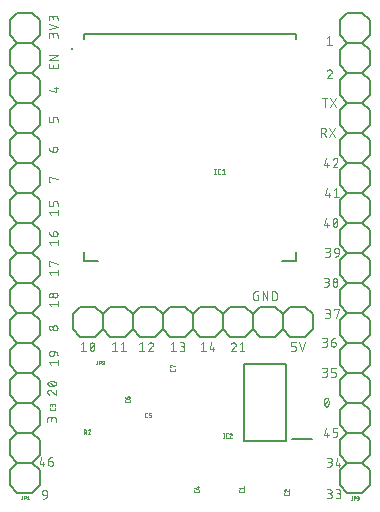
<source format=gto>
G04 EAGLE Gerber RS-274X export*
G75*
%MOMM*%
%FSLAX34Y34*%
%LPD*%
%INSilkscreen Top*%
%IPPOS*%
%AMOC8*
5,1,8,0,0,1.08239X$1,22.5*%
G01*
%ADD10C,0.076200*%
%ADD11C,0.025400*%
%ADD12C,0.200000*%
%ADD13C,0.100000*%
%ADD14C,0.100000*%
%ADD15C,0.050800*%
%ADD16C,0.152400*%


D10*
X52959Y448691D02*
X52959Y450737D01*
X52957Y450826D01*
X52951Y450915D01*
X52941Y451004D01*
X52928Y451092D01*
X52911Y451180D01*
X52889Y451267D01*
X52864Y451352D01*
X52836Y451437D01*
X52803Y451520D01*
X52767Y451602D01*
X52728Y451682D01*
X52685Y451760D01*
X52639Y451836D01*
X52589Y451911D01*
X52536Y451983D01*
X52480Y452052D01*
X52421Y452119D01*
X52360Y452184D01*
X52295Y452245D01*
X52228Y452304D01*
X52159Y452360D01*
X52087Y452413D01*
X52012Y452463D01*
X51936Y452509D01*
X51858Y452552D01*
X51778Y452591D01*
X51696Y452627D01*
X51613Y452660D01*
X51528Y452688D01*
X51443Y452713D01*
X51356Y452735D01*
X51268Y452752D01*
X51180Y452765D01*
X51091Y452775D01*
X51002Y452781D01*
X50913Y452783D01*
X50824Y452781D01*
X50735Y452775D01*
X50646Y452765D01*
X50558Y452752D01*
X50470Y452735D01*
X50383Y452713D01*
X50298Y452688D01*
X50213Y452660D01*
X50130Y452627D01*
X50048Y452591D01*
X49968Y452552D01*
X49890Y452509D01*
X49814Y452463D01*
X49739Y452413D01*
X49667Y452360D01*
X49598Y452304D01*
X49531Y452245D01*
X49466Y452184D01*
X49405Y452119D01*
X49346Y452052D01*
X49290Y451983D01*
X49237Y451911D01*
X49187Y451836D01*
X49141Y451760D01*
X49098Y451682D01*
X49059Y451602D01*
X49023Y451520D01*
X48990Y451437D01*
X48962Y451352D01*
X48937Y451267D01*
X48915Y451180D01*
X48898Y451092D01*
X48885Y451004D01*
X48875Y450915D01*
X48869Y450826D01*
X48867Y450737D01*
X45593Y451146D02*
X45593Y448691D01*
X45593Y451146D02*
X45595Y451225D01*
X45601Y451304D01*
X45610Y451383D01*
X45623Y451461D01*
X45641Y451538D01*
X45661Y451614D01*
X45686Y451689D01*
X45714Y451763D01*
X45745Y451836D01*
X45781Y451907D01*
X45819Y451976D01*
X45861Y452043D01*
X45906Y452108D01*
X45954Y452171D01*
X46005Y452232D01*
X46059Y452289D01*
X46115Y452345D01*
X46174Y452397D01*
X46236Y452447D01*
X46300Y452493D01*
X46366Y452537D01*
X46434Y452577D01*
X46504Y452613D01*
X46576Y452647D01*
X46650Y452677D01*
X46724Y452703D01*
X46800Y452726D01*
X46877Y452744D01*
X46954Y452760D01*
X47033Y452771D01*
X47111Y452779D01*
X47190Y452783D01*
X47270Y452783D01*
X47349Y452779D01*
X47427Y452771D01*
X47506Y452760D01*
X47583Y452744D01*
X47660Y452726D01*
X47736Y452703D01*
X47810Y452677D01*
X47884Y452647D01*
X47956Y452613D01*
X48026Y452577D01*
X48094Y452537D01*
X48160Y452493D01*
X48224Y452447D01*
X48286Y452397D01*
X48345Y452345D01*
X48401Y452289D01*
X48455Y452232D01*
X48506Y452171D01*
X48554Y452108D01*
X48599Y452043D01*
X48641Y451976D01*
X48679Y451907D01*
X48715Y451836D01*
X48746Y451763D01*
X48774Y451689D01*
X48799Y451614D01*
X48819Y451538D01*
X48837Y451461D01*
X48850Y451383D01*
X48859Y451304D01*
X48865Y451225D01*
X48867Y451146D01*
X48867Y449509D01*
X45593Y455597D02*
X52959Y458052D01*
X45593Y460508D01*
X52959Y463321D02*
X52959Y465367D01*
X52957Y465456D01*
X52951Y465545D01*
X52941Y465634D01*
X52928Y465722D01*
X52911Y465810D01*
X52889Y465897D01*
X52864Y465982D01*
X52836Y466067D01*
X52803Y466150D01*
X52767Y466232D01*
X52728Y466312D01*
X52685Y466390D01*
X52639Y466466D01*
X52589Y466541D01*
X52536Y466613D01*
X52480Y466682D01*
X52421Y466749D01*
X52360Y466814D01*
X52295Y466875D01*
X52228Y466934D01*
X52159Y466990D01*
X52087Y467043D01*
X52012Y467093D01*
X51936Y467139D01*
X51858Y467182D01*
X51778Y467221D01*
X51696Y467257D01*
X51613Y467290D01*
X51528Y467318D01*
X51443Y467343D01*
X51356Y467365D01*
X51268Y467382D01*
X51180Y467395D01*
X51091Y467405D01*
X51002Y467411D01*
X50913Y467413D01*
X50824Y467411D01*
X50735Y467405D01*
X50646Y467395D01*
X50558Y467382D01*
X50470Y467365D01*
X50383Y467343D01*
X50298Y467318D01*
X50213Y467290D01*
X50130Y467257D01*
X50048Y467221D01*
X49968Y467182D01*
X49890Y467139D01*
X49814Y467093D01*
X49739Y467043D01*
X49667Y466990D01*
X49598Y466934D01*
X49531Y466875D01*
X49466Y466814D01*
X49405Y466749D01*
X49346Y466682D01*
X49290Y466613D01*
X49237Y466541D01*
X49187Y466466D01*
X49141Y466390D01*
X49098Y466312D01*
X49059Y466232D01*
X49023Y466150D01*
X48990Y466067D01*
X48962Y465982D01*
X48937Y465897D01*
X48915Y465810D01*
X48898Y465722D01*
X48885Y465634D01*
X48875Y465545D01*
X48869Y465456D01*
X48867Y465367D01*
X45593Y465777D02*
X45593Y463321D01*
X45593Y465777D02*
X45595Y465856D01*
X45601Y465935D01*
X45610Y466014D01*
X45623Y466092D01*
X45641Y466169D01*
X45661Y466245D01*
X45686Y466320D01*
X45714Y466394D01*
X45745Y466467D01*
X45781Y466538D01*
X45819Y466607D01*
X45861Y466674D01*
X45906Y466739D01*
X45954Y466802D01*
X46005Y466863D01*
X46059Y466920D01*
X46115Y466976D01*
X46174Y467028D01*
X46236Y467078D01*
X46300Y467124D01*
X46366Y467168D01*
X46434Y467208D01*
X46504Y467244D01*
X46576Y467278D01*
X46650Y467308D01*
X46724Y467334D01*
X46800Y467357D01*
X46877Y467375D01*
X46954Y467391D01*
X47033Y467402D01*
X47111Y467410D01*
X47190Y467414D01*
X47270Y467414D01*
X47349Y467410D01*
X47427Y467402D01*
X47506Y467391D01*
X47583Y467375D01*
X47660Y467357D01*
X47736Y467334D01*
X47810Y467308D01*
X47884Y467278D01*
X47956Y467244D01*
X48026Y467208D01*
X48094Y467168D01*
X48160Y467124D01*
X48224Y467078D01*
X48286Y467028D01*
X48345Y466976D01*
X48401Y466920D01*
X48455Y466863D01*
X48506Y466802D01*
X48554Y466739D01*
X48599Y466674D01*
X48641Y466607D01*
X48679Y466538D01*
X48715Y466467D01*
X48746Y466394D01*
X48774Y466320D01*
X48799Y466245D01*
X48819Y466169D01*
X48837Y466092D01*
X48850Y466014D01*
X48859Y465935D01*
X48865Y465856D01*
X48867Y465777D01*
X48867Y464140D01*
X52959Y426565D02*
X52959Y423291D01*
X45593Y423291D01*
X45593Y426565D01*
X48867Y425746D02*
X48867Y423291D01*
X45593Y429615D02*
X52959Y429615D01*
X52959Y433707D02*
X45593Y429615D01*
X45593Y433707D02*
X52959Y433707D01*
X45593Y404608D02*
X51322Y402971D01*
X51322Y407063D01*
X49685Y405836D02*
X52959Y405836D01*
X52959Y380026D02*
X52959Y377571D01*
X52959Y380026D02*
X52957Y380104D01*
X52952Y380182D01*
X52942Y380259D01*
X52929Y380336D01*
X52913Y380412D01*
X52893Y380487D01*
X52869Y380561D01*
X52842Y380634D01*
X52811Y380706D01*
X52777Y380776D01*
X52740Y380845D01*
X52699Y380911D01*
X52655Y380976D01*
X52609Y381038D01*
X52559Y381098D01*
X52507Y381156D01*
X52452Y381211D01*
X52394Y381263D01*
X52334Y381313D01*
X52272Y381359D01*
X52207Y381403D01*
X52141Y381444D01*
X52072Y381481D01*
X52002Y381515D01*
X51930Y381546D01*
X51857Y381573D01*
X51783Y381597D01*
X51708Y381617D01*
X51632Y381633D01*
X51555Y381646D01*
X51478Y381656D01*
X51400Y381661D01*
X51322Y381663D01*
X50504Y381663D01*
X50424Y381661D01*
X50344Y381655D01*
X50264Y381645D01*
X50185Y381632D01*
X50106Y381614D01*
X50029Y381593D01*
X49953Y381567D01*
X49878Y381538D01*
X49804Y381506D01*
X49732Y381470D01*
X49662Y381430D01*
X49595Y381387D01*
X49529Y381341D01*
X49466Y381291D01*
X49405Y381239D01*
X49346Y381184D01*
X49291Y381125D01*
X49239Y381065D01*
X49189Y381001D01*
X49143Y380935D01*
X49100Y380868D01*
X49060Y380798D01*
X49024Y380726D01*
X48992Y380652D01*
X48963Y380578D01*
X48937Y380501D01*
X48916Y380424D01*
X48898Y380345D01*
X48885Y380266D01*
X48875Y380186D01*
X48869Y380106D01*
X48867Y380026D01*
X48867Y377571D01*
X45593Y377571D01*
X45593Y381663D01*
X48867Y354626D02*
X48867Y352171D01*
X48867Y354626D02*
X48869Y354704D01*
X48874Y354782D01*
X48884Y354859D01*
X48897Y354936D01*
X48913Y355012D01*
X48933Y355087D01*
X48957Y355161D01*
X48984Y355234D01*
X49015Y355306D01*
X49049Y355376D01*
X49086Y355445D01*
X49127Y355511D01*
X49171Y355576D01*
X49217Y355638D01*
X49267Y355698D01*
X49319Y355756D01*
X49374Y355811D01*
X49432Y355863D01*
X49492Y355913D01*
X49554Y355959D01*
X49619Y356003D01*
X49686Y356044D01*
X49754Y356081D01*
X49824Y356115D01*
X49896Y356146D01*
X49969Y356173D01*
X50043Y356197D01*
X50118Y356217D01*
X50194Y356233D01*
X50271Y356246D01*
X50348Y356256D01*
X50426Y356261D01*
X50504Y356263D01*
X50913Y356263D01*
X51002Y356261D01*
X51091Y356255D01*
X51180Y356245D01*
X51268Y356232D01*
X51356Y356215D01*
X51443Y356193D01*
X51528Y356168D01*
X51613Y356140D01*
X51696Y356107D01*
X51778Y356071D01*
X51858Y356032D01*
X51936Y355989D01*
X52012Y355943D01*
X52087Y355893D01*
X52159Y355840D01*
X52228Y355784D01*
X52295Y355725D01*
X52360Y355664D01*
X52421Y355599D01*
X52480Y355532D01*
X52536Y355463D01*
X52589Y355391D01*
X52639Y355316D01*
X52685Y355240D01*
X52728Y355162D01*
X52767Y355082D01*
X52803Y355000D01*
X52836Y354917D01*
X52864Y354832D01*
X52889Y354747D01*
X52911Y354660D01*
X52928Y354572D01*
X52941Y354484D01*
X52951Y354395D01*
X52957Y354306D01*
X52959Y354217D01*
X52957Y354128D01*
X52951Y354039D01*
X52941Y353950D01*
X52928Y353862D01*
X52911Y353774D01*
X52889Y353687D01*
X52864Y353602D01*
X52836Y353517D01*
X52803Y353434D01*
X52767Y353352D01*
X52728Y353272D01*
X52685Y353194D01*
X52639Y353118D01*
X52589Y353043D01*
X52536Y352971D01*
X52480Y352902D01*
X52421Y352835D01*
X52360Y352770D01*
X52295Y352709D01*
X52228Y352650D01*
X52159Y352594D01*
X52087Y352541D01*
X52012Y352491D01*
X51936Y352445D01*
X51858Y352402D01*
X51778Y352363D01*
X51696Y352327D01*
X51613Y352294D01*
X51528Y352266D01*
X51443Y352241D01*
X51356Y352219D01*
X51268Y352202D01*
X51180Y352189D01*
X51091Y352179D01*
X51002Y352173D01*
X50913Y352171D01*
X48867Y352171D01*
X48753Y352173D01*
X48639Y352179D01*
X48525Y352189D01*
X48411Y352203D01*
X48298Y352221D01*
X48186Y352243D01*
X48075Y352268D01*
X47965Y352298D01*
X47855Y352331D01*
X47747Y352368D01*
X47641Y352409D01*
X47535Y352454D01*
X47432Y352502D01*
X47330Y352554D01*
X47230Y352610D01*
X47132Y352668D01*
X47036Y352731D01*
X46943Y352796D01*
X46851Y352865D01*
X46763Y352937D01*
X46676Y353012D01*
X46593Y353090D01*
X46512Y353171D01*
X46434Y353254D01*
X46359Y353340D01*
X46287Y353429D01*
X46218Y353521D01*
X46153Y353614D01*
X46091Y353710D01*
X46032Y353808D01*
X45976Y353908D01*
X45924Y354010D01*
X45876Y354113D01*
X45831Y354218D01*
X45790Y354325D01*
X45753Y354433D01*
X45720Y354543D01*
X45690Y354653D01*
X45665Y354764D01*
X45643Y354876D01*
X45625Y354989D01*
X45611Y355103D01*
X45601Y355217D01*
X45595Y355331D01*
X45593Y355445D01*
X45593Y326771D02*
X46411Y326771D01*
X45593Y326771D02*
X45593Y330863D01*
X52959Y328817D01*
X45593Y300877D02*
X47230Y298831D01*
X45593Y300877D02*
X52959Y300877D01*
X52959Y298831D02*
X52959Y302923D01*
X52959Y306146D02*
X52959Y308602D01*
X52957Y308680D01*
X52952Y308758D01*
X52942Y308835D01*
X52929Y308912D01*
X52913Y308988D01*
X52893Y309063D01*
X52869Y309137D01*
X52842Y309210D01*
X52811Y309282D01*
X52777Y309352D01*
X52740Y309421D01*
X52699Y309487D01*
X52655Y309552D01*
X52609Y309614D01*
X52559Y309674D01*
X52507Y309732D01*
X52452Y309787D01*
X52394Y309839D01*
X52334Y309889D01*
X52272Y309935D01*
X52207Y309979D01*
X52141Y310020D01*
X52072Y310057D01*
X52002Y310091D01*
X51930Y310122D01*
X51857Y310149D01*
X51783Y310173D01*
X51708Y310193D01*
X51632Y310209D01*
X51555Y310222D01*
X51478Y310232D01*
X51400Y310237D01*
X51322Y310239D01*
X51322Y310238D02*
X50504Y310238D01*
X50504Y310239D02*
X50424Y310237D01*
X50344Y310231D01*
X50264Y310221D01*
X50185Y310208D01*
X50106Y310190D01*
X50029Y310169D01*
X49953Y310143D01*
X49878Y310114D01*
X49804Y310082D01*
X49732Y310046D01*
X49662Y310006D01*
X49595Y309963D01*
X49529Y309917D01*
X49466Y309867D01*
X49405Y309815D01*
X49346Y309760D01*
X49291Y309701D01*
X49239Y309641D01*
X49189Y309577D01*
X49143Y309511D01*
X49100Y309444D01*
X49060Y309374D01*
X49024Y309302D01*
X48992Y309228D01*
X48963Y309154D01*
X48937Y309077D01*
X48916Y309000D01*
X48898Y308921D01*
X48885Y308842D01*
X48875Y308762D01*
X48869Y308682D01*
X48867Y308602D01*
X48867Y306146D01*
X45593Y306146D01*
X45593Y310238D01*
X45593Y275477D02*
X47230Y273431D01*
X45593Y275477D02*
X52959Y275477D01*
X52959Y273431D02*
X52959Y277523D01*
X48867Y280746D02*
X48867Y283202D01*
X48869Y283280D01*
X48874Y283358D01*
X48884Y283435D01*
X48897Y283512D01*
X48913Y283588D01*
X48933Y283663D01*
X48957Y283737D01*
X48984Y283810D01*
X49015Y283882D01*
X49049Y283952D01*
X49086Y284021D01*
X49127Y284087D01*
X49171Y284152D01*
X49217Y284214D01*
X49267Y284274D01*
X49319Y284332D01*
X49374Y284387D01*
X49432Y284439D01*
X49492Y284489D01*
X49554Y284535D01*
X49619Y284579D01*
X49686Y284620D01*
X49754Y284657D01*
X49824Y284691D01*
X49896Y284722D01*
X49969Y284749D01*
X50043Y284773D01*
X50118Y284793D01*
X50194Y284809D01*
X50271Y284822D01*
X50348Y284832D01*
X50426Y284837D01*
X50504Y284839D01*
X50504Y284838D02*
X50913Y284838D01*
X51002Y284836D01*
X51091Y284830D01*
X51180Y284820D01*
X51268Y284807D01*
X51356Y284790D01*
X51443Y284768D01*
X51528Y284743D01*
X51613Y284715D01*
X51696Y284682D01*
X51778Y284646D01*
X51858Y284607D01*
X51936Y284564D01*
X52012Y284518D01*
X52087Y284468D01*
X52159Y284415D01*
X52228Y284359D01*
X52295Y284300D01*
X52360Y284239D01*
X52421Y284174D01*
X52480Y284107D01*
X52536Y284038D01*
X52589Y283966D01*
X52639Y283891D01*
X52685Y283815D01*
X52728Y283737D01*
X52767Y283657D01*
X52803Y283575D01*
X52836Y283492D01*
X52864Y283407D01*
X52889Y283322D01*
X52911Y283235D01*
X52928Y283147D01*
X52941Y283059D01*
X52951Y282970D01*
X52957Y282881D01*
X52959Y282792D01*
X52957Y282703D01*
X52951Y282614D01*
X52941Y282525D01*
X52928Y282437D01*
X52911Y282349D01*
X52889Y282262D01*
X52864Y282177D01*
X52836Y282092D01*
X52803Y282009D01*
X52767Y281927D01*
X52728Y281847D01*
X52685Y281769D01*
X52639Y281693D01*
X52589Y281618D01*
X52536Y281546D01*
X52480Y281477D01*
X52421Y281410D01*
X52360Y281345D01*
X52295Y281284D01*
X52228Y281225D01*
X52159Y281169D01*
X52087Y281116D01*
X52012Y281066D01*
X51936Y281020D01*
X51858Y280977D01*
X51778Y280938D01*
X51696Y280902D01*
X51613Y280869D01*
X51528Y280841D01*
X51443Y280816D01*
X51356Y280794D01*
X51268Y280777D01*
X51180Y280764D01*
X51091Y280754D01*
X51002Y280748D01*
X50913Y280746D01*
X48867Y280746D01*
X48753Y280748D01*
X48639Y280754D01*
X48525Y280764D01*
X48411Y280778D01*
X48298Y280796D01*
X48186Y280818D01*
X48075Y280843D01*
X47965Y280873D01*
X47855Y280906D01*
X47747Y280943D01*
X47641Y280984D01*
X47535Y281029D01*
X47432Y281077D01*
X47330Y281129D01*
X47230Y281185D01*
X47132Y281243D01*
X47036Y281306D01*
X46943Y281371D01*
X46851Y281440D01*
X46763Y281512D01*
X46676Y281587D01*
X46593Y281665D01*
X46512Y281746D01*
X46434Y281829D01*
X46359Y281915D01*
X46287Y282004D01*
X46218Y282096D01*
X46153Y282189D01*
X46091Y282285D01*
X46032Y282383D01*
X45976Y282483D01*
X45924Y282585D01*
X45876Y282688D01*
X45831Y282793D01*
X45790Y282900D01*
X45753Y283008D01*
X45720Y283118D01*
X45690Y283228D01*
X45665Y283339D01*
X45643Y283451D01*
X45625Y283564D01*
X45611Y283678D01*
X45601Y283792D01*
X45595Y283906D01*
X45593Y284020D01*
X45593Y250077D02*
X47230Y248031D01*
X45593Y250077D02*
X52959Y250077D01*
X52959Y248031D02*
X52959Y252123D01*
X46411Y255346D02*
X45593Y255346D01*
X45593Y259438D01*
X52959Y257392D01*
X45593Y223407D02*
X47230Y221361D01*
X45593Y223407D02*
X52959Y223407D01*
X52959Y221361D02*
X52959Y225453D01*
X50913Y228676D02*
X50824Y228678D01*
X50735Y228684D01*
X50646Y228694D01*
X50558Y228707D01*
X50470Y228724D01*
X50383Y228746D01*
X50298Y228771D01*
X50213Y228799D01*
X50130Y228832D01*
X50048Y228868D01*
X49968Y228907D01*
X49890Y228950D01*
X49814Y228996D01*
X49739Y229046D01*
X49667Y229099D01*
X49598Y229155D01*
X49531Y229214D01*
X49466Y229275D01*
X49405Y229340D01*
X49346Y229407D01*
X49290Y229476D01*
X49237Y229548D01*
X49187Y229623D01*
X49141Y229699D01*
X49098Y229777D01*
X49059Y229857D01*
X49023Y229939D01*
X48990Y230022D01*
X48962Y230107D01*
X48937Y230192D01*
X48915Y230279D01*
X48898Y230367D01*
X48885Y230455D01*
X48875Y230544D01*
X48869Y230633D01*
X48867Y230722D01*
X48869Y230811D01*
X48875Y230900D01*
X48885Y230989D01*
X48898Y231077D01*
X48915Y231165D01*
X48937Y231252D01*
X48962Y231337D01*
X48990Y231422D01*
X49023Y231505D01*
X49059Y231587D01*
X49098Y231667D01*
X49141Y231745D01*
X49187Y231821D01*
X49237Y231896D01*
X49290Y231968D01*
X49346Y232037D01*
X49405Y232104D01*
X49466Y232169D01*
X49531Y232230D01*
X49598Y232289D01*
X49667Y232345D01*
X49739Y232398D01*
X49814Y232448D01*
X49890Y232494D01*
X49968Y232537D01*
X50048Y232576D01*
X50130Y232612D01*
X50213Y232645D01*
X50298Y232673D01*
X50383Y232698D01*
X50470Y232720D01*
X50558Y232737D01*
X50646Y232750D01*
X50735Y232760D01*
X50824Y232766D01*
X50913Y232768D01*
X51002Y232766D01*
X51091Y232760D01*
X51180Y232750D01*
X51268Y232737D01*
X51356Y232720D01*
X51443Y232698D01*
X51528Y232673D01*
X51613Y232645D01*
X51696Y232612D01*
X51778Y232576D01*
X51858Y232537D01*
X51936Y232494D01*
X52012Y232448D01*
X52087Y232398D01*
X52159Y232345D01*
X52228Y232289D01*
X52295Y232230D01*
X52360Y232169D01*
X52421Y232104D01*
X52480Y232037D01*
X52536Y231968D01*
X52589Y231896D01*
X52639Y231821D01*
X52685Y231745D01*
X52728Y231667D01*
X52767Y231587D01*
X52803Y231505D01*
X52836Y231422D01*
X52864Y231337D01*
X52889Y231252D01*
X52911Y231165D01*
X52928Y231077D01*
X52941Y230989D01*
X52951Y230900D01*
X52957Y230811D01*
X52959Y230722D01*
X52957Y230633D01*
X52951Y230544D01*
X52941Y230455D01*
X52928Y230367D01*
X52911Y230279D01*
X52889Y230192D01*
X52864Y230107D01*
X52836Y230022D01*
X52803Y229939D01*
X52767Y229857D01*
X52728Y229777D01*
X52685Y229699D01*
X52639Y229623D01*
X52589Y229548D01*
X52536Y229476D01*
X52480Y229407D01*
X52421Y229340D01*
X52360Y229275D01*
X52295Y229214D01*
X52228Y229155D01*
X52159Y229099D01*
X52087Y229046D01*
X52012Y228996D01*
X51936Y228950D01*
X51858Y228907D01*
X51778Y228868D01*
X51696Y228832D01*
X51613Y228799D01*
X51528Y228771D01*
X51443Y228746D01*
X51356Y228724D01*
X51268Y228707D01*
X51180Y228694D01*
X51091Y228684D01*
X51002Y228678D01*
X50913Y228676D01*
X47230Y229085D02*
X47151Y229087D01*
X47072Y229093D01*
X46993Y229102D01*
X46915Y229115D01*
X46838Y229133D01*
X46762Y229153D01*
X46687Y229178D01*
X46613Y229206D01*
X46540Y229237D01*
X46469Y229273D01*
X46400Y229311D01*
X46333Y229353D01*
X46268Y229398D01*
X46205Y229446D01*
X46144Y229497D01*
X46087Y229551D01*
X46031Y229607D01*
X45979Y229666D01*
X45929Y229728D01*
X45883Y229792D01*
X45839Y229858D01*
X45799Y229926D01*
X45763Y229996D01*
X45729Y230068D01*
X45699Y230142D01*
X45673Y230216D01*
X45650Y230292D01*
X45632Y230369D01*
X45616Y230446D01*
X45605Y230525D01*
X45597Y230603D01*
X45593Y230682D01*
X45593Y230762D01*
X45597Y230841D01*
X45605Y230919D01*
X45616Y230998D01*
X45632Y231075D01*
X45650Y231152D01*
X45673Y231228D01*
X45699Y231302D01*
X45729Y231376D01*
X45763Y231448D01*
X45799Y231518D01*
X45839Y231586D01*
X45883Y231652D01*
X45929Y231716D01*
X45979Y231778D01*
X46031Y231837D01*
X46087Y231893D01*
X46144Y231947D01*
X46205Y231998D01*
X46268Y232046D01*
X46333Y232091D01*
X46400Y232133D01*
X46469Y232171D01*
X46540Y232207D01*
X46613Y232238D01*
X46687Y232266D01*
X46762Y232291D01*
X46838Y232311D01*
X46915Y232329D01*
X46993Y232342D01*
X47072Y232351D01*
X47151Y232357D01*
X47230Y232359D01*
X47309Y232357D01*
X47388Y232351D01*
X47467Y232342D01*
X47545Y232329D01*
X47622Y232311D01*
X47698Y232291D01*
X47773Y232266D01*
X47847Y232238D01*
X47920Y232207D01*
X47991Y232171D01*
X48060Y232133D01*
X48127Y232091D01*
X48192Y232046D01*
X48255Y231998D01*
X48316Y231947D01*
X48373Y231893D01*
X48429Y231837D01*
X48481Y231778D01*
X48531Y231716D01*
X48577Y231652D01*
X48621Y231586D01*
X48661Y231518D01*
X48697Y231448D01*
X48731Y231376D01*
X48761Y231302D01*
X48787Y231228D01*
X48810Y231152D01*
X48828Y231075D01*
X48844Y230998D01*
X48855Y230919D01*
X48863Y230841D01*
X48867Y230762D01*
X48867Y230682D01*
X48863Y230603D01*
X48855Y230525D01*
X48844Y230446D01*
X48828Y230369D01*
X48810Y230292D01*
X48787Y230216D01*
X48761Y230142D01*
X48731Y230068D01*
X48697Y229996D01*
X48661Y229926D01*
X48621Y229858D01*
X48577Y229792D01*
X48531Y229728D01*
X48481Y229666D01*
X48429Y229607D01*
X48373Y229551D01*
X48316Y229497D01*
X48255Y229446D01*
X48192Y229398D01*
X48127Y229353D01*
X48060Y229311D01*
X47991Y229273D01*
X47920Y229237D01*
X47847Y229206D01*
X47773Y229178D01*
X47698Y229153D01*
X47622Y229133D01*
X47545Y229115D01*
X47467Y229102D01*
X47388Y229093D01*
X47309Y229087D01*
X47230Y229085D01*
X50913Y205133D02*
X50824Y205131D01*
X50735Y205125D01*
X50646Y205115D01*
X50558Y205102D01*
X50470Y205085D01*
X50383Y205063D01*
X50298Y205038D01*
X50213Y205010D01*
X50130Y204977D01*
X50048Y204941D01*
X49968Y204902D01*
X49890Y204859D01*
X49814Y204813D01*
X49739Y204763D01*
X49667Y204710D01*
X49598Y204654D01*
X49531Y204595D01*
X49466Y204534D01*
X49405Y204469D01*
X49346Y204402D01*
X49290Y204333D01*
X49237Y204261D01*
X49187Y204186D01*
X49141Y204110D01*
X49098Y204032D01*
X49059Y203952D01*
X49023Y203870D01*
X48990Y203787D01*
X48962Y203702D01*
X48937Y203617D01*
X48915Y203530D01*
X48898Y203442D01*
X48885Y203354D01*
X48875Y203265D01*
X48869Y203176D01*
X48867Y203087D01*
X48869Y202998D01*
X48875Y202909D01*
X48885Y202820D01*
X48898Y202732D01*
X48915Y202644D01*
X48937Y202557D01*
X48962Y202472D01*
X48990Y202387D01*
X49023Y202304D01*
X49059Y202222D01*
X49098Y202142D01*
X49141Y202064D01*
X49187Y201988D01*
X49237Y201913D01*
X49290Y201841D01*
X49346Y201772D01*
X49405Y201705D01*
X49466Y201640D01*
X49531Y201579D01*
X49598Y201520D01*
X49667Y201464D01*
X49739Y201411D01*
X49814Y201361D01*
X49890Y201315D01*
X49968Y201272D01*
X50048Y201233D01*
X50130Y201197D01*
X50213Y201164D01*
X50298Y201136D01*
X50383Y201111D01*
X50470Y201089D01*
X50558Y201072D01*
X50646Y201059D01*
X50735Y201049D01*
X50824Y201043D01*
X50913Y201041D01*
X51002Y201043D01*
X51091Y201049D01*
X51180Y201059D01*
X51268Y201072D01*
X51356Y201089D01*
X51443Y201111D01*
X51528Y201136D01*
X51613Y201164D01*
X51696Y201197D01*
X51778Y201233D01*
X51858Y201272D01*
X51936Y201315D01*
X52012Y201361D01*
X52087Y201411D01*
X52159Y201464D01*
X52228Y201520D01*
X52295Y201579D01*
X52360Y201640D01*
X52421Y201705D01*
X52480Y201772D01*
X52536Y201841D01*
X52589Y201913D01*
X52639Y201988D01*
X52685Y202064D01*
X52728Y202142D01*
X52767Y202222D01*
X52803Y202304D01*
X52836Y202387D01*
X52864Y202472D01*
X52889Y202557D01*
X52911Y202644D01*
X52928Y202732D01*
X52941Y202820D01*
X52951Y202909D01*
X52957Y202998D01*
X52959Y203087D01*
X52957Y203176D01*
X52951Y203265D01*
X52941Y203354D01*
X52928Y203442D01*
X52911Y203530D01*
X52889Y203617D01*
X52864Y203702D01*
X52836Y203787D01*
X52803Y203870D01*
X52767Y203952D01*
X52728Y204032D01*
X52685Y204110D01*
X52639Y204186D01*
X52589Y204261D01*
X52536Y204333D01*
X52480Y204402D01*
X52421Y204469D01*
X52360Y204534D01*
X52295Y204595D01*
X52228Y204654D01*
X52159Y204710D01*
X52087Y204763D01*
X52012Y204813D01*
X51936Y204859D01*
X51858Y204902D01*
X51778Y204941D01*
X51696Y204977D01*
X51613Y205010D01*
X51528Y205038D01*
X51443Y205063D01*
X51356Y205085D01*
X51268Y205102D01*
X51180Y205115D01*
X51091Y205125D01*
X51002Y205131D01*
X50913Y205133D01*
X47230Y204724D02*
X47151Y204722D01*
X47072Y204716D01*
X46993Y204707D01*
X46915Y204694D01*
X46838Y204676D01*
X46762Y204656D01*
X46687Y204631D01*
X46613Y204603D01*
X46540Y204572D01*
X46469Y204536D01*
X46400Y204498D01*
X46333Y204456D01*
X46268Y204411D01*
X46205Y204363D01*
X46144Y204312D01*
X46087Y204258D01*
X46031Y204202D01*
X45979Y204143D01*
X45929Y204081D01*
X45883Y204017D01*
X45839Y203951D01*
X45799Y203883D01*
X45763Y203813D01*
X45729Y203741D01*
X45699Y203667D01*
X45673Y203593D01*
X45650Y203517D01*
X45632Y203440D01*
X45616Y203363D01*
X45605Y203284D01*
X45597Y203206D01*
X45593Y203127D01*
X45593Y203047D01*
X45597Y202968D01*
X45605Y202890D01*
X45616Y202811D01*
X45632Y202734D01*
X45650Y202657D01*
X45673Y202581D01*
X45699Y202507D01*
X45729Y202433D01*
X45763Y202361D01*
X45799Y202291D01*
X45839Y202223D01*
X45883Y202157D01*
X45929Y202093D01*
X45979Y202031D01*
X46031Y201972D01*
X46087Y201916D01*
X46144Y201862D01*
X46205Y201811D01*
X46268Y201763D01*
X46333Y201718D01*
X46400Y201676D01*
X46469Y201638D01*
X46540Y201602D01*
X46613Y201571D01*
X46687Y201543D01*
X46762Y201518D01*
X46838Y201498D01*
X46915Y201480D01*
X46993Y201467D01*
X47072Y201458D01*
X47151Y201452D01*
X47230Y201450D01*
X47309Y201452D01*
X47388Y201458D01*
X47467Y201467D01*
X47545Y201480D01*
X47622Y201498D01*
X47698Y201518D01*
X47773Y201543D01*
X47847Y201571D01*
X47920Y201602D01*
X47991Y201638D01*
X48060Y201676D01*
X48127Y201718D01*
X48192Y201763D01*
X48255Y201811D01*
X48316Y201862D01*
X48373Y201916D01*
X48429Y201972D01*
X48481Y202031D01*
X48531Y202093D01*
X48577Y202157D01*
X48621Y202223D01*
X48661Y202291D01*
X48697Y202361D01*
X48731Y202433D01*
X48761Y202507D01*
X48787Y202581D01*
X48810Y202657D01*
X48828Y202734D01*
X48844Y202811D01*
X48855Y202890D01*
X48863Y202968D01*
X48867Y203047D01*
X48867Y203127D01*
X48863Y203206D01*
X48855Y203284D01*
X48844Y203363D01*
X48828Y203440D01*
X48810Y203517D01*
X48787Y203593D01*
X48761Y203667D01*
X48731Y203741D01*
X48697Y203813D01*
X48661Y203883D01*
X48621Y203951D01*
X48577Y204017D01*
X48531Y204081D01*
X48481Y204143D01*
X48429Y204202D01*
X48373Y204258D01*
X48316Y204312D01*
X48255Y204363D01*
X48192Y204411D01*
X48127Y204456D01*
X48060Y204498D01*
X47991Y204536D01*
X47920Y204572D01*
X47847Y204603D01*
X47773Y204631D01*
X47698Y204656D01*
X47622Y204676D01*
X47545Y204694D01*
X47467Y204707D01*
X47388Y204716D01*
X47309Y204722D01*
X47230Y204724D01*
X45593Y173877D02*
X47230Y171831D01*
X45593Y173877D02*
X52959Y173877D01*
X52959Y171831D02*
X52959Y175923D01*
X49685Y180783D02*
X49685Y183238D01*
X49685Y180783D02*
X49683Y180705D01*
X49678Y180627D01*
X49668Y180550D01*
X49655Y180473D01*
X49639Y180397D01*
X49619Y180322D01*
X49595Y180248D01*
X49568Y180175D01*
X49537Y180103D01*
X49503Y180033D01*
X49466Y179965D01*
X49425Y179898D01*
X49381Y179833D01*
X49335Y179771D01*
X49285Y179711D01*
X49233Y179653D01*
X49178Y179598D01*
X49120Y179546D01*
X49060Y179496D01*
X48998Y179450D01*
X48933Y179406D01*
X48867Y179365D01*
X48798Y179328D01*
X48728Y179294D01*
X48656Y179263D01*
X48583Y179236D01*
X48509Y179212D01*
X48434Y179192D01*
X48358Y179176D01*
X48281Y179163D01*
X48204Y179153D01*
X48126Y179148D01*
X48048Y179146D01*
X47639Y179146D01*
X47550Y179148D01*
X47461Y179154D01*
X47372Y179164D01*
X47284Y179177D01*
X47196Y179194D01*
X47109Y179216D01*
X47024Y179241D01*
X46939Y179269D01*
X46856Y179302D01*
X46774Y179338D01*
X46694Y179377D01*
X46616Y179420D01*
X46540Y179466D01*
X46465Y179516D01*
X46393Y179569D01*
X46324Y179625D01*
X46257Y179684D01*
X46192Y179745D01*
X46131Y179810D01*
X46072Y179877D01*
X46016Y179946D01*
X45963Y180018D01*
X45913Y180093D01*
X45867Y180169D01*
X45824Y180247D01*
X45785Y180327D01*
X45749Y180409D01*
X45716Y180492D01*
X45688Y180577D01*
X45663Y180662D01*
X45641Y180749D01*
X45624Y180837D01*
X45611Y180925D01*
X45601Y181014D01*
X45595Y181103D01*
X45593Y181192D01*
X45595Y181281D01*
X45601Y181370D01*
X45611Y181459D01*
X45624Y181547D01*
X45641Y181635D01*
X45663Y181722D01*
X45688Y181807D01*
X45716Y181892D01*
X45749Y181975D01*
X45785Y182057D01*
X45824Y182137D01*
X45867Y182215D01*
X45913Y182291D01*
X45963Y182366D01*
X46016Y182438D01*
X46072Y182507D01*
X46131Y182574D01*
X46192Y182639D01*
X46257Y182700D01*
X46324Y182759D01*
X46393Y182815D01*
X46465Y182868D01*
X46540Y182918D01*
X46616Y182964D01*
X46694Y183007D01*
X46774Y183046D01*
X46856Y183082D01*
X46939Y183115D01*
X47024Y183143D01*
X47109Y183168D01*
X47196Y183190D01*
X47284Y183207D01*
X47372Y183220D01*
X47461Y183230D01*
X47550Y183236D01*
X47639Y183238D01*
X49685Y183238D01*
X49685Y183239D02*
X49797Y183237D01*
X49908Y183231D01*
X50020Y183222D01*
X50131Y183209D01*
X50241Y183191D01*
X50351Y183171D01*
X50460Y183146D01*
X50568Y183118D01*
X50675Y183086D01*
X50781Y183050D01*
X50886Y183011D01*
X50989Y182968D01*
X51091Y182922D01*
X51191Y182872D01*
X51290Y182819D01*
X51386Y182762D01*
X51481Y182703D01*
X51573Y182640D01*
X51663Y182574D01*
X51751Y182505D01*
X51837Y182433D01*
X51920Y182358D01*
X52000Y182280D01*
X52078Y182200D01*
X52153Y182117D01*
X52225Y182031D01*
X52294Y181943D01*
X52360Y181853D01*
X52423Y181761D01*
X52482Y181666D01*
X52539Y181570D01*
X52592Y181471D01*
X52642Y181371D01*
X52688Y181269D01*
X52731Y181166D01*
X52770Y181061D01*
X52806Y180955D01*
X52838Y180848D01*
X52866Y180740D01*
X52891Y180631D01*
X52911Y180521D01*
X52929Y180411D01*
X52942Y180300D01*
X52951Y180188D01*
X52957Y180077D01*
X52959Y179965D01*
X46165Y150524D02*
X46080Y150522D01*
X45995Y150516D01*
X45911Y150506D01*
X45827Y150493D01*
X45743Y150475D01*
X45661Y150454D01*
X45580Y150429D01*
X45500Y150400D01*
X45421Y150367D01*
X45344Y150331D01*
X45269Y150291D01*
X45195Y150248D01*
X45124Y150202D01*
X45055Y150152D01*
X44988Y150099D01*
X44924Y150043D01*
X44863Y149984D01*
X44804Y149923D01*
X44748Y149859D01*
X44695Y149792D01*
X44645Y149723D01*
X44599Y149652D01*
X44556Y149578D01*
X44516Y149503D01*
X44480Y149426D01*
X44447Y149347D01*
X44418Y149267D01*
X44393Y149186D01*
X44372Y149104D01*
X44354Y149020D01*
X44341Y148936D01*
X44331Y148852D01*
X44325Y148767D01*
X44323Y148682D01*
X44325Y148586D01*
X44331Y148490D01*
X44341Y148395D01*
X44354Y148300D01*
X44372Y148205D01*
X44393Y148112D01*
X44418Y148019D01*
X44447Y147928D01*
X44479Y147837D01*
X44515Y147748D01*
X44555Y147661D01*
X44598Y147575D01*
X44644Y147491D01*
X44694Y147409D01*
X44748Y147329D01*
X44804Y147252D01*
X44864Y147177D01*
X44926Y147104D01*
X44992Y147034D01*
X45060Y146966D01*
X45131Y146901D01*
X45204Y146840D01*
X45280Y146781D01*
X45359Y146725D01*
X45439Y146673D01*
X45522Y146624D01*
X45606Y146578D01*
X45692Y146536D01*
X45780Y146498D01*
X45869Y146463D01*
X45960Y146431D01*
X47597Y149909D02*
X47538Y149969D01*
X47476Y150026D01*
X47412Y150081D01*
X47345Y150132D01*
X47276Y150181D01*
X47206Y150227D01*
X47133Y150270D01*
X47059Y150310D01*
X46983Y150346D01*
X46905Y150379D01*
X46826Y150409D01*
X46746Y150436D01*
X46665Y150459D01*
X46583Y150478D01*
X46501Y150494D01*
X46417Y150507D01*
X46333Y150516D01*
X46249Y150521D01*
X46165Y150523D01*
X47597Y149909D02*
X51689Y146431D01*
X51689Y150523D01*
X48006Y153747D02*
X47853Y153749D01*
X47700Y153755D01*
X47548Y153764D01*
X47395Y153778D01*
X47243Y153795D01*
X47092Y153816D01*
X46941Y153841D01*
X46791Y153870D01*
X46641Y153902D01*
X46493Y153939D01*
X46345Y153979D01*
X46198Y154022D01*
X46053Y154070D01*
X45909Y154121D01*
X45766Y154175D01*
X45624Y154234D01*
X45485Y154295D01*
X45346Y154361D01*
X45346Y154360D02*
X45276Y154386D01*
X45206Y154416D01*
X45139Y154449D01*
X45073Y154485D01*
X45009Y154524D01*
X44947Y154567D01*
X44888Y154613D01*
X44830Y154661D01*
X44776Y154712D01*
X44723Y154766D01*
X44674Y154823D01*
X44627Y154882D01*
X44584Y154943D01*
X44543Y155006D01*
X44506Y155071D01*
X44471Y155138D01*
X44441Y155207D01*
X44413Y155277D01*
X44390Y155348D01*
X44369Y155420D01*
X44353Y155493D01*
X44340Y155567D01*
X44330Y155642D01*
X44325Y155717D01*
X44323Y155792D01*
X44325Y155867D01*
X44330Y155942D01*
X44340Y156017D01*
X44353Y156091D01*
X44369Y156164D01*
X44390Y156236D01*
X44413Y156307D01*
X44441Y156377D01*
X44471Y156446D01*
X44506Y156513D01*
X44543Y156578D01*
X44584Y156641D01*
X44627Y156702D01*
X44674Y156761D01*
X44723Y156818D01*
X44776Y156872D01*
X44830Y156923D01*
X44888Y156972D01*
X44947Y157017D01*
X45009Y157060D01*
X45073Y157099D01*
X45139Y157136D01*
X45207Y157168D01*
X45276Y157198D01*
X45346Y157224D01*
X45484Y157289D01*
X45624Y157351D01*
X45766Y157409D01*
X45909Y157464D01*
X46053Y157515D01*
X46198Y157563D01*
X46345Y157606D01*
X46492Y157646D01*
X46641Y157683D01*
X46791Y157715D01*
X46941Y157744D01*
X47092Y157769D01*
X47243Y157790D01*
X47395Y157807D01*
X47548Y157821D01*
X47700Y157830D01*
X47853Y157836D01*
X48006Y157838D01*
X48006Y153747D02*
X48159Y153749D01*
X48312Y153755D01*
X48464Y153764D01*
X48617Y153778D01*
X48769Y153795D01*
X48920Y153816D01*
X49071Y153841D01*
X49221Y153870D01*
X49371Y153902D01*
X49519Y153939D01*
X49667Y153979D01*
X49814Y154022D01*
X49959Y154070D01*
X50103Y154121D01*
X50246Y154175D01*
X50388Y154234D01*
X50527Y154295D01*
X50666Y154361D01*
X50666Y154360D02*
X50737Y154386D01*
X50806Y154416D01*
X50873Y154449D01*
X50939Y154485D01*
X51003Y154524D01*
X51065Y154567D01*
X51124Y154613D01*
X51182Y154661D01*
X51236Y154712D01*
X51289Y154766D01*
X51338Y154823D01*
X51385Y154882D01*
X51428Y154943D01*
X51469Y155006D01*
X51506Y155071D01*
X51541Y155138D01*
X51571Y155207D01*
X51599Y155277D01*
X51622Y155348D01*
X51643Y155420D01*
X51659Y155493D01*
X51672Y155567D01*
X51682Y155642D01*
X51687Y155717D01*
X51689Y155792D01*
X50666Y157224D02*
X50528Y157289D01*
X50388Y157351D01*
X50246Y157409D01*
X50103Y157464D01*
X49959Y157515D01*
X49814Y157563D01*
X49667Y157606D01*
X49520Y157646D01*
X49371Y157683D01*
X49221Y157715D01*
X49071Y157744D01*
X48920Y157769D01*
X48769Y157790D01*
X48617Y157807D01*
X48464Y157821D01*
X48312Y157830D01*
X48159Y157836D01*
X48006Y157838D01*
X50666Y157224D02*
X50736Y157198D01*
X50806Y157168D01*
X50873Y157135D01*
X50939Y157099D01*
X51003Y157060D01*
X51065Y157017D01*
X51124Y156971D01*
X51182Y156923D01*
X51236Y156872D01*
X51289Y156818D01*
X51338Y156761D01*
X51385Y156702D01*
X51428Y156641D01*
X51469Y156578D01*
X51506Y156513D01*
X51541Y156446D01*
X51571Y156377D01*
X51599Y156307D01*
X51622Y156236D01*
X51643Y156164D01*
X51659Y156091D01*
X51672Y156017D01*
X51682Y155942D01*
X51687Y155867D01*
X51689Y155792D01*
X50052Y154155D02*
X45960Y157429D01*
X51689Y125617D02*
X51689Y123571D01*
X51689Y125617D02*
X51687Y125706D01*
X51681Y125795D01*
X51671Y125884D01*
X51658Y125972D01*
X51641Y126060D01*
X51619Y126147D01*
X51594Y126232D01*
X51566Y126317D01*
X51533Y126400D01*
X51497Y126482D01*
X51458Y126562D01*
X51415Y126640D01*
X51369Y126716D01*
X51319Y126791D01*
X51266Y126863D01*
X51210Y126932D01*
X51151Y126999D01*
X51090Y127064D01*
X51025Y127125D01*
X50958Y127184D01*
X50889Y127240D01*
X50817Y127293D01*
X50742Y127343D01*
X50666Y127389D01*
X50588Y127432D01*
X50508Y127471D01*
X50426Y127507D01*
X50343Y127540D01*
X50258Y127568D01*
X50173Y127593D01*
X50086Y127615D01*
X49998Y127632D01*
X49910Y127645D01*
X49821Y127655D01*
X49732Y127661D01*
X49643Y127663D01*
X49554Y127661D01*
X49465Y127655D01*
X49376Y127645D01*
X49288Y127632D01*
X49200Y127615D01*
X49113Y127593D01*
X49028Y127568D01*
X48943Y127540D01*
X48860Y127507D01*
X48778Y127471D01*
X48698Y127432D01*
X48620Y127389D01*
X48544Y127343D01*
X48469Y127293D01*
X48397Y127240D01*
X48328Y127184D01*
X48261Y127125D01*
X48196Y127064D01*
X48135Y126999D01*
X48076Y126932D01*
X48020Y126863D01*
X47967Y126791D01*
X47917Y126716D01*
X47871Y126640D01*
X47828Y126562D01*
X47789Y126482D01*
X47753Y126400D01*
X47720Y126317D01*
X47692Y126232D01*
X47667Y126147D01*
X47645Y126060D01*
X47628Y125972D01*
X47615Y125884D01*
X47605Y125795D01*
X47599Y125706D01*
X47597Y125617D01*
X44323Y126026D02*
X44323Y123571D01*
X44323Y126026D02*
X44325Y126105D01*
X44331Y126184D01*
X44340Y126263D01*
X44353Y126341D01*
X44371Y126418D01*
X44391Y126494D01*
X44416Y126569D01*
X44444Y126643D01*
X44475Y126716D01*
X44511Y126787D01*
X44549Y126856D01*
X44591Y126923D01*
X44636Y126988D01*
X44684Y127051D01*
X44735Y127112D01*
X44789Y127169D01*
X44845Y127225D01*
X44904Y127277D01*
X44966Y127327D01*
X45030Y127373D01*
X45096Y127417D01*
X45164Y127457D01*
X45234Y127493D01*
X45306Y127527D01*
X45380Y127557D01*
X45454Y127583D01*
X45530Y127606D01*
X45607Y127624D01*
X45684Y127640D01*
X45763Y127651D01*
X45841Y127659D01*
X45920Y127663D01*
X46000Y127663D01*
X46079Y127659D01*
X46157Y127651D01*
X46236Y127640D01*
X46313Y127624D01*
X46390Y127606D01*
X46466Y127583D01*
X46540Y127557D01*
X46614Y127527D01*
X46686Y127493D01*
X46756Y127457D01*
X46824Y127417D01*
X46890Y127373D01*
X46954Y127327D01*
X47016Y127277D01*
X47075Y127225D01*
X47131Y127169D01*
X47185Y127112D01*
X47236Y127051D01*
X47284Y126988D01*
X47329Y126923D01*
X47371Y126856D01*
X47409Y126787D01*
X47445Y126716D01*
X47476Y126643D01*
X47504Y126569D01*
X47529Y126494D01*
X47549Y126418D01*
X47567Y126341D01*
X47580Y126263D01*
X47589Y126184D01*
X47595Y126105D01*
X47597Y126026D01*
X47597Y124389D01*
X39378Y93599D02*
X37742Y87870D01*
X41834Y87870D01*
X40606Y89507D02*
X40606Y86233D01*
X45057Y90325D02*
X47512Y90325D01*
X47590Y90323D01*
X47668Y90318D01*
X47745Y90308D01*
X47822Y90295D01*
X47898Y90279D01*
X47973Y90259D01*
X48047Y90235D01*
X48120Y90208D01*
X48192Y90177D01*
X48262Y90143D01*
X48331Y90106D01*
X48397Y90065D01*
X48462Y90021D01*
X48524Y89975D01*
X48584Y89925D01*
X48642Y89873D01*
X48697Y89818D01*
X48749Y89760D01*
X48799Y89700D01*
X48845Y89638D01*
X48889Y89573D01*
X48930Y89507D01*
X48967Y89438D01*
X49001Y89368D01*
X49032Y89296D01*
X49059Y89223D01*
X49083Y89149D01*
X49103Y89074D01*
X49119Y88998D01*
X49132Y88921D01*
X49142Y88844D01*
X49147Y88766D01*
X49149Y88688D01*
X49149Y88279D01*
X49147Y88190D01*
X49141Y88101D01*
X49131Y88012D01*
X49118Y87924D01*
X49101Y87836D01*
X49079Y87749D01*
X49054Y87664D01*
X49026Y87579D01*
X48993Y87496D01*
X48957Y87414D01*
X48918Y87334D01*
X48875Y87256D01*
X48829Y87180D01*
X48779Y87105D01*
X48726Y87033D01*
X48670Y86964D01*
X48611Y86897D01*
X48550Y86832D01*
X48485Y86771D01*
X48418Y86712D01*
X48349Y86656D01*
X48277Y86603D01*
X48202Y86553D01*
X48126Y86507D01*
X48048Y86464D01*
X47968Y86425D01*
X47886Y86389D01*
X47803Y86356D01*
X47718Y86328D01*
X47633Y86303D01*
X47546Y86281D01*
X47458Y86264D01*
X47370Y86251D01*
X47281Y86241D01*
X47192Y86235D01*
X47103Y86233D01*
X47014Y86235D01*
X46925Y86241D01*
X46836Y86251D01*
X46748Y86264D01*
X46660Y86281D01*
X46573Y86303D01*
X46488Y86328D01*
X46403Y86356D01*
X46320Y86389D01*
X46238Y86425D01*
X46158Y86464D01*
X46080Y86507D01*
X46004Y86553D01*
X45929Y86603D01*
X45857Y86656D01*
X45788Y86712D01*
X45721Y86771D01*
X45656Y86832D01*
X45595Y86897D01*
X45536Y86964D01*
X45480Y87033D01*
X45427Y87105D01*
X45377Y87180D01*
X45331Y87256D01*
X45288Y87334D01*
X45249Y87414D01*
X45213Y87496D01*
X45180Y87579D01*
X45152Y87664D01*
X45127Y87749D01*
X45105Y87836D01*
X45088Y87924D01*
X45075Y88012D01*
X45065Y88101D01*
X45059Y88190D01*
X45057Y88279D01*
X45057Y90325D01*
X45059Y90439D01*
X45065Y90553D01*
X45075Y90667D01*
X45089Y90781D01*
X45107Y90894D01*
X45129Y91006D01*
X45154Y91117D01*
X45184Y91227D01*
X45217Y91337D01*
X45254Y91445D01*
X45295Y91551D01*
X45340Y91657D01*
X45388Y91760D01*
X45440Y91862D01*
X45496Y91962D01*
X45554Y92060D01*
X45617Y92156D01*
X45682Y92249D01*
X45751Y92341D01*
X45823Y92429D01*
X45898Y92516D01*
X45976Y92599D01*
X46057Y92680D01*
X46140Y92758D01*
X46227Y92833D01*
X46315Y92905D01*
X46407Y92974D01*
X46500Y93039D01*
X46596Y93101D01*
X46694Y93160D01*
X46794Y93216D01*
X46896Y93268D01*
X46999Y93316D01*
X47105Y93361D01*
X47211Y93402D01*
X47319Y93439D01*
X47429Y93472D01*
X47539Y93502D01*
X47650Y93527D01*
X47762Y93549D01*
X47875Y93567D01*
X47989Y93581D01*
X48103Y93591D01*
X48217Y93597D01*
X48331Y93599D01*
X44069Y61567D02*
X41614Y61567D01*
X41536Y61569D01*
X41458Y61574D01*
X41381Y61584D01*
X41304Y61597D01*
X41228Y61613D01*
X41153Y61633D01*
X41079Y61657D01*
X41006Y61684D01*
X40934Y61715D01*
X40864Y61749D01*
X40795Y61786D01*
X40729Y61827D01*
X40664Y61871D01*
X40602Y61917D01*
X40542Y61967D01*
X40484Y62019D01*
X40429Y62074D01*
X40377Y62132D01*
X40327Y62192D01*
X40281Y62254D01*
X40237Y62319D01*
X40196Y62386D01*
X40159Y62454D01*
X40125Y62524D01*
X40094Y62596D01*
X40067Y62669D01*
X40043Y62743D01*
X40023Y62818D01*
X40007Y62894D01*
X39994Y62971D01*
X39984Y63048D01*
X39979Y63126D01*
X39977Y63204D01*
X39977Y63613D01*
X39979Y63702D01*
X39985Y63791D01*
X39995Y63880D01*
X40008Y63968D01*
X40025Y64056D01*
X40047Y64143D01*
X40072Y64228D01*
X40100Y64313D01*
X40133Y64396D01*
X40169Y64478D01*
X40208Y64558D01*
X40251Y64636D01*
X40297Y64712D01*
X40347Y64787D01*
X40400Y64859D01*
X40456Y64928D01*
X40515Y64995D01*
X40576Y65060D01*
X40641Y65121D01*
X40708Y65180D01*
X40777Y65236D01*
X40849Y65289D01*
X40924Y65339D01*
X41000Y65385D01*
X41078Y65428D01*
X41158Y65467D01*
X41240Y65503D01*
X41323Y65536D01*
X41408Y65564D01*
X41493Y65589D01*
X41580Y65611D01*
X41668Y65628D01*
X41756Y65641D01*
X41845Y65651D01*
X41934Y65657D01*
X42023Y65659D01*
X42112Y65657D01*
X42201Y65651D01*
X42290Y65641D01*
X42378Y65628D01*
X42466Y65611D01*
X42553Y65589D01*
X42638Y65564D01*
X42723Y65536D01*
X42806Y65503D01*
X42888Y65467D01*
X42968Y65428D01*
X43046Y65385D01*
X43122Y65339D01*
X43197Y65289D01*
X43269Y65236D01*
X43338Y65180D01*
X43405Y65121D01*
X43470Y65060D01*
X43531Y64995D01*
X43590Y64928D01*
X43646Y64859D01*
X43699Y64787D01*
X43749Y64712D01*
X43795Y64636D01*
X43838Y64558D01*
X43877Y64478D01*
X43913Y64396D01*
X43946Y64313D01*
X43974Y64228D01*
X43999Y64143D01*
X44021Y64056D01*
X44038Y63968D01*
X44051Y63880D01*
X44061Y63791D01*
X44067Y63702D01*
X44069Y63613D01*
X44069Y61567D01*
X44067Y61455D01*
X44061Y61344D01*
X44052Y61232D01*
X44039Y61121D01*
X44021Y61011D01*
X44001Y60901D01*
X43976Y60792D01*
X43948Y60684D01*
X43916Y60577D01*
X43880Y60471D01*
X43841Y60366D01*
X43798Y60263D01*
X43752Y60161D01*
X43702Y60061D01*
X43649Y59962D01*
X43592Y59866D01*
X43533Y59771D01*
X43470Y59679D01*
X43404Y59589D01*
X43335Y59501D01*
X43263Y59415D01*
X43188Y59332D01*
X43110Y59252D01*
X43030Y59174D01*
X42947Y59099D01*
X42861Y59027D01*
X42773Y58958D01*
X42683Y58892D01*
X42591Y58829D01*
X42496Y58770D01*
X42400Y58713D01*
X42301Y58660D01*
X42201Y58610D01*
X42099Y58564D01*
X41996Y58521D01*
X41891Y58482D01*
X41785Y58446D01*
X41678Y58414D01*
X41570Y58386D01*
X41461Y58361D01*
X41351Y58341D01*
X41241Y58323D01*
X41130Y58310D01*
X41018Y58301D01*
X40907Y58295D01*
X40795Y58293D01*
X281051Y448070D02*
X283097Y449707D01*
X283097Y442341D01*
X281051Y442341D02*
X285143Y442341D01*
X283302Y421768D02*
X283387Y421766D01*
X283472Y421760D01*
X283556Y421750D01*
X283640Y421737D01*
X283724Y421719D01*
X283806Y421698D01*
X283887Y421673D01*
X283967Y421644D01*
X284046Y421611D01*
X284123Y421575D01*
X284198Y421535D01*
X284272Y421492D01*
X284343Y421446D01*
X284412Y421396D01*
X284479Y421343D01*
X284543Y421287D01*
X284604Y421228D01*
X284663Y421167D01*
X284719Y421103D01*
X284772Y421036D01*
X284822Y420967D01*
X284868Y420896D01*
X284911Y420822D01*
X284951Y420747D01*
X284987Y420670D01*
X285020Y420591D01*
X285049Y420511D01*
X285074Y420430D01*
X285095Y420348D01*
X285113Y420264D01*
X285126Y420180D01*
X285136Y420096D01*
X285142Y420011D01*
X285144Y419926D01*
X283302Y421767D02*
X283206Y421765D01*
X283110Y421759D01*
X283015Y421749D01*
X282920Y421736D01*
X282825Y421718D01*
X282732Y421697D01*
X282639Y421672D01*
X282548Y421643D01*
X282457Y421611D01*
X282368Y421575D01*
X282281Y421535D01*
X282195Y421492D01*
X282111Y421446D01*
X282029Y421396D01*
X281949Y421342D01*
X281872Y421286D01*
X281797Y421226D01*
X281724Y421164D01*
X281654Y421098D01*
X281586Y421030D01*
X281521Y420959D01*
X281460Y420886D01*
X281401Y420810D01*
X281345Y420731D01*
X281293Y420651D01*
X281244Y420568D01*
X281198Y420484D01*
X281156Y420398D01*
X281118Y420310D01*
X281083Y420221D01*
X281051Y420130D01*
X284529Y418494D02*
X284589Y418553D01*
X284646Y418615D01*
X284701Y418679D01*
X284752Y418746D01*
X284801Y418815D01*
X284847Y418885D01*
X284890Y418958D01*
X284930Y419032D01*
X284966Y419108D01*
X284999Y419186D01*
X285029Y419265D01*
X285056Y419345D01*
X285079Y419426D01*
X285098Y419508D01*
X285114Y419590D01*
X285127Y419674D01*
X285136Y419758D01*
X285141Y419842D01*
X285143Y419926D01*
X284529Y418493D02*
X281051Y414401D01*
X285143Y414401D01*
X279287Y397637D02*
X279287Y390271D01*
X277241Y397637D02*
X281333Y397637D01*
X288570Y397637D02*
X283659Y390271D01*
X288570Y390271D02*
X283659Y397637D01*
X275971Y372237D02*
X275971Y364871D01*
X275971Y372237D02*
X278017Y372237D01*
X278106Y372235D01*
X278195Y372229D01*
X278284Y372219D01*
X278372Y372206D01*
X278460Y372189D01*
X278547Y372167D01*
X278632Y372142D01*
X278717Y372114D01*
X278800Y372081D01*
X278882Y372045D01*
X278962Y372006D01*
X279040Y371963D01*
X279116Y371917D01*
X279191Y371867D01*
X279263Y371814D01*
X279332Y371758D01*
X279399Y371699D01*
X279464Y371638D01*
X279525Y371573D01*
X279584Y371506D01*
X279640Y371437D01*
X279693Y371365D01*
X279743Y371290D01*
X279789Y371214D01*
X279832Y371136D01*
X279871Y371056D01*
X279907Y370974D01*
X279940Y370891D01*
X279968Y370806D01*
X279993Y370721D01*
X280015Y370634D01*
X280032Y370546D01*
X280045Y370458D01*
X280055Y370369D01*
X280061Y370280D01*
X280063Y370191D01*
X280061Y370102D01*
X280055Y370013D01*
X280045Y369924D01*
X280032Y369836D01*
X280015Y369748D01*
X279993Y369661D01*
X279968Y369576D01*
X279940Y369491D01*
X279907Y369408D01*
X279871Y369326D01*
X279832Y369246D01*
X279789Y369168D01*
X279743Y369092D01*
X279693Y369017D01*
X279640Y368945D01*
X279584Y368876D01*
X279525Y368809D01*
X279464Y368744D01*
X279399Y368683D01*
X279332Y368624D01*
X279263Y368568D01*
X279191Y368515D01*
X279116Y368465D01*
X279040Y368419D01*
X278962Y368376D01*
X278882Y368337D01*
X278800Y368301D01*
X278717Y368268D01*
X278632Y368240D01*
X278547Y368215D01*
X278460Y368193D01*
X278372Y368176D01*
X278284Y368163D01*
X278195Y368153D01*
X278106Y368147D01*
X278017Y368145D01*
X275971Y368145D01*
X278426Y368145D02*
X280063Y364871D01*
X282826Y364871D02*
X287736Y372237D01*
X282826Y372237D02*
X287736Y364871D01*
X280148Y346837D02*
X278511Y341108D01*
X282603Y341108D01*
X281376Y342745D02*
X281376Y339471D01*
X288077Y346838D02*
X288162Y346836D01*
X288247Y346830D01*
X288331Y346820D01*
X288415Y346807D01*
X288499Y346789D01*
X288581Y346768D01*
X288662Y346743D01*
X288742Y346714D01*
X288821Y346681D01*
X288898Y346645D01*
X288973Y346605D01*
X289047Y346562D01*
X289118Y346516D01*
X289187Y346466D01*
X289254Y346413D01*
X289318Y346357D01*
X289379Y346298D01*
X289438Y346237D01*
X289494Y346173D01*
X289547Y346106D01*
X289597Y346037D01*
X289643Y345966D01*
X289686Y345892D01*
X289726Y345817D01*
X289762Y345740D01*
X289795Y345661D01*
X289824Y345581D01*
X289849Y345500D01*
X289870Y345418D01*
X289888Y345334D01*
X289901Y345250D01*
X289911Y345166D01*
X289917Y345081D01*
X289919Y344996D01*
X288077Y346837D02*
X287981Y346835D01*
X287885Y346829D01*
X287790Y346819D01*
X287695Y346806D01*
X287600Y346788D01*
X287507Y346767D01*
X287414Y346742D01*
X287323Y346713D01*
X287232Y346681D01*
X287143Y346645D01*
X287056Y346605D01*
X286970Y346562D01*
X286886Y346516D01*
X286804Y346466D01*
X286724Y346412D01*
X286647Y346356D01*
X286572Y346296D01*
X286499Y346234D01*
X286429Y346168D01*
X286361Y346100D01*
X286296Y346029D01*
X286235Y345956D01*
X286176Y345880D01*
X286120Y345801D01*
X286068Y345721D01*
X286019Y345638D01*
X285973Y345554D01*
X285931Y345468D01*
X285893Y345380D01*
X285858Y345291D01*
X285826Y345200D01*
X289305Y343564D02*
X289365Y343623D01*
X289422Y343685D01*
X289477Y343749D01*
X289528Y343816D01*
X289577Y343885D01*
X289623Y343955D01*
X289666Y344028D01*
X289706Y344102D01*
X289742Y344178D01*
X289775Y344256D01*
X289805Y344335D01*
X289832Y344415D01*
X289855Y344496D01*
X289874Y344578D01*
X289890Y344660D01*
X289903Y344744D01*
X289912Y344828D01*
X289917Y344912D01*
X289919Y344996D01*
X289305Y343563D02*
X285826Y339471D01*
X289918Y339471D01*
X281418Y321437D02*
X279781Y315708D01*
X283873Y315708D01*
X282646Y317345D02*
X282646Y314071D01*
X287096Y319800D02*
X289142Y321437D01*
X289142Y314071D01*
X287096Y314071D02*
X291188Y314071D01*
X280148Y296037D02*
X278511Y290308D01*
X282603Y290308D01*
X281376Y291945D02*
X281376Y288671D01*
X285827Y292354D02*
X285829Y292507D01*
X285835Y292660D01*
X285844Y292812D01*
X285858Y292965D01*
X285875Y293117D01*
X285896Y293268D01*
X285921Y293419D01*
X285950Y293569D01*
X285982Y293719D01*
X286019Y293867D01*
X286059Y294015D01*
X286102Y294162D01*
X286150Y294307D01*
X286201Y294451D01*
X286255Y294594D01*
X286314Y294736D01*
X286375Y294875D01*
X286441Y295014D01*
X286440Y295014D02*
X286466Y295084D01*
X286496Y295154D01*
X286529Y295221D01*
X286565Y295287D01*
X286604Y295351D01*
X286647Y295413D01*
X286693Y295472D01*
X286741Y295530D01*
X286792Y295584D01*
X286846Y295637D01*
X286903Y295686D01*
X286962Y295733D01*
X287023Y295776D01*
X287086Y295817D01*
X287151Y295854D01*
X287218Y295889D01*
X287287Y295919D01*
X287357Y295947D01*
X287428Y295970D01*
X287500Y295991D01*
X287573Y296007D01*
X287647Y296020D01*
X287722Y296030D01*
X287797Y296035D01*
X287872Y296037D01*
X287947Y296035D01*
X288022Y296030D01*
X288097Y296020D01*
X288171Y296007D01*
X288244Y295991D01*
X288316Y295970D01*
X288387Y295947D01*
X288457Y295919D01*
X288526Y295889D01*
X288593Y295854D01*
X288658Y295817D01*
X288721Y295776D01*
X288782Y295733D01*
X288841Y295686D01*
X288898Y295637D01*
X288952Y295584D01*
X289003Y295530D01*
X289052Y295472D01*
X289097Y295413D01*
X289140Y295351D01*
X289179Y295287D01*
X289216Y295221D01*
X289248Y295153D01*
X289278Y295084D01*
X289304Y295014D01*
X289369Y294876D01*
X289431Y294736D01*
X289489Y294594D01*
X289544Y294451D01*
X289595Y294307D01*
X289643Y294162D01*
X289686Y294015D01*
X289726Y293868D01*
X289763Y293719D01*
X289795Y293569D01*
X289824Y293419D01*
X289849Y293268D01*
X289870Y293117D01*
X289887Y292965D01*
X289901Y292812D01*
X289910Y292660D01*
X289916Y292507D01*
X289918Y292354D01*
X285826Y292354D02*
X285828Y292201D01*
X285834Y292048D01*
X285843Y291895D01*
X285857Y291743D01*
X285874Y291591D01*
X285895Y291440D01*
X285920Y291289D01*
X285949Y291138D01*
X285981Y290989D01*
X286018Y290840D01*
X286058Y290693D01*
X286101Y290546D01*
X286149Y290401D01*
X286200Y290256D01*
X286255Y290114D01*
X286313Y289972D01*
X286375Y289832D01*
X286440Y289694D01*
X286466Y289623D01*
X286496Y289554D01*
X286529Y289487D01*
X286565Y289421D01*
X286604Y289357D01*
X286647Y289295D01*
X286693Y289236D01*
X286741Y289178D01*
X286792Y289124D01*
X286846Y289071D01*
X286903Y289022D01*
X286962Y288975D01*
X287023Y288932D01*
X287086Y288891D01*
X287151Y288854D01*
X287218Y288819D01*
X287287Y288789D01*
X287357Y288761D01*
X287428Y288738D01*
X287500Y288717D01*
X287573Y288701D01*
X287647Y288688D01*
X287722Y288678D01*
X287797Y288673D01*
X287872Y288671D01*
X289304Y289694D02*
X289369Y289832D01*
X289431Y289972D01*
X289489Y290114D01*
X289544Y290257D01*
X289595Y290401D01*
X289643Y290546D01*
X289686Y290693D01*
X289726Y290841D01*
X289763Y290989D01*
X289795Y291139D01*
X289824Y291289D01*
X289849Y291440D01*
X289870Y291591D01*
X289887Y291743D01*
X289901Y291896D01*
X289910Y292048D01*
X289916Y292201D01*
X289918Y292354D01*
X289304Y289694D02*
X289278Y289624D01*
X289248Y289554D01*
X289216Y289487D01*
X289179Y289421D01*
X289140Y289357D01*
X289097Y289295D01*
X289051Y289236D01*
X289003Y289178D01*
X288952Y289124D01*
X288898Y289071D01*
X288841Y289022D01*
X288782Y288975D01*
X288721Y288932D01*
X288658Y288891D01*
X288593Y288854D01*
X288526Y288819D01*
X288457Y288789D01*
X288387Y288761D01*
X288316Y288738D01*
X288244Y288717D01*
X288171Y288701D01*
X288097Y288688D01*
X288022Y288678D01*
X287947Y288673D01*
X287872Y288671D01*
X286235Y290308D02*
X289509Y294400D01*
X281827Y263271D02*
X279781Y263271D01*
X281827Y263271D02*
X281916Y263273D01*
X282005Y263279D01*
X282094Y263289D01*
X282182Y263302D01*
X282270Y263319D01*
X282357Y263341D01*
X282442Y263366D01*
X282527Y263394D01*
X282610Y263427D01*
X282692Y263463D01*
X282772Y263502D01*
X282850Y263545D01*
X282926Y263591D01*
X283001Y263641D01*
X283073Y263694D01*
X283142Y263750D01*
X283209Y263809D01*
X283274Y263870D01*
X283335Y263935D01*
X283394Y264002D01*
X283450Y264071D01*
X283503Y264143D01*
X283553Y264218D01*
X283599Y264294D01*
X283642Y264372D01*
X283681Y264452D01*
X283717Y264534D01*
X283750Y264617D01*
X283778Y264702D01*
X283803Y264787D01*
X283825Y264874D01*
X283842Y264962D01*
X283855Y265050D01*
X283865Y265139D01*
X283871Y265228D01*
X283873Y265317D01*
X283871Y265406D01*
X283865Y265495D01*
X283855Y265584D01*
X283842Y265672D01*
X283825Y265760D01*
X283803Y265847D01*
X283778Y265932D01*
X283750Y266017D01*
X283717Y266100D01*
X283681Y266182D01*
X283642Y266262D01*
X283599Y266340D01*
X283553Y266416D01*
X283503Y266491D01*
X283450Y266563D01*
X283394Y266632D01*
X283335Y266699D01*
X283274Y266764D01*
X283209Y266825D01*
X283142Y266884D01*
X283073Y266940D01*
X283001Y266993D01*
X282926Y267043D01*
X282850Y267089D01*
X282772Y267132D01*
X282692Y267171D01*
X282610Y267207D01*
X282527Y267240D01*
X282442Y267268D01*
X282357Y267293D01*
X282270Y267315D01*
X282182Y267332D01*
X282094Y267345D01*
X282005Y267355D01*
X281916Y267361D01*
X281827Y267363D01*
X282236Y270637D02*
X279781Y270637D01*
X282236Y270637D02*
X282315Y270635D01*
X282394Y270629D01*
X282473Y270620D01*
X282551Y270607D01*
X282628Y270589D01*
X282704Y270569D01*
X282779Y270544D01*
X282853Y270516D01*
X282926Y270485D01*
X282997Y270449D01*
X283066Y270411D01*
X283133Y270369D01*
X283198Y270324D01*
X283261Y270276D01*
X283322Y270225D01*
X283379Y270171D01*
X283435Y270115D01*
X283487Y270056D01*
X283537Y269994D01*
X283583Y269930D01*
X283627Y269864D01*
X283667Y269796D01*
X283703Y269726D01*
X283737Y269654D01*
X283767Y269580D01*
X283793Y269506D01*
X283816Y269430D01*
X283834Y269353D01*
X283850Y269276D01*
X283861Y269197D01*
X283869Y269119D01*
X283873Y269040D01*
X283873Y268960D01*
X283869Y268881D01*
X283861Y268803D01*
X283850Y268724D01*
X283834Y268647D01*
X283816Y268570D01*
X283793Y268494D01*
X283767Y268420D01*
X283737Y268346D01*
X283703Y268274D01*
X283667Y268204D01*
X283627Y268136D01*
X283583Y268070D01*
X283537Y268006D01*
X283487Y267944D01*
X283435Y267885D01*
X283379Y267829D01*
X283322Y267775D01*
X283261Y267724D01*
X283198Y267676D01*
X283133Y267631D01*
X283066Y267589D01*
X282997Y267551D01*
X282926Y267515D01*
X282853Y267484D01*
X282779Y267456D01*
X282704Y267431D01*
X282628Y267411D01*
X282551Y267393D01*
X282473Y267380D01*
X282394Y267371D01*
X282315Y267365D01*
X282236Y267363D01*
X280599Y267363D01*
X288733Y266545D02*
X291188Y266545D01*
X288733Y266545D02*
X288655Y266547D01*
X288577Y266552D01*
X288500Y266562D01*
X288423Y266575D01*
X288347Y266591D01*
X288272Y266611D01*
X288198Y266635D01*
X288125Y266662D01*
X288053Y266693D01*
X287983Y266727D01*
X287914Y266764D01*
X287848Y266805D01*
X287783Y266849D01*
X287721Y266895D01*
X287661Y266945D01*
X287603Y266997D01*
X287548Y267052D01*
X287496Y267110D01*
X287446Y267170D01*
X287400Y267232D01*
X287356Y267297D01*
X287315Y267364D01*
X287278Y267432D01*
X287244Y267502D01*
X287213Y267574D01*
X287186Y267647D01*
X287162Y267721D01*
X287142Y267796D01*
X287126Y267872D01*
X287113Y267949D01*
X287103Y268026D01*
X287098Y268104D01*
X287096Y268182D01*
X287096Y268591D01*
X287098Y268680D01*
X287104Y268769D01*
X287114Y268858D01*
X287127Y268946D01*
X287144Y269034D01*
X287166Y269121D01*
X287191Y269206D01*
X287219Y269291D01*
X287252Y269374D01*
X287288Y269456D01*
X287327Y269536D01*
X287370Y269614D01*
X287416Y269690D01*
X287466Y269765D01*
X287519Y269837D01*
X287575Y269906D01*
X287634Y269973D01*
X287695Y270038D01*
X287760Y270099D01*
X287827Y270158D01*
X287896Y270214D01*
X287968Y270267D01*
X288043Y270317D01*
X288119Y270363D01*
X288197Y270406D01*
X288277Y270445D01*
X288359Y270481D01*
X288442Y270514D01*
X288527Y270542D01*
X288612Y270567D01*
X288699Y270589D01*
X288787Y270606D01*
X288875Y270619D01*
X288964Y270629D01*
X289053Y270635D01*
X289142Y270637D01*
X289231Y270635D01*
X289320Y270629D01*
X289409Y270619D01*
X289497Y270606D01*
X289585Y270589D01*
X289672Y270567D01*
X289757Y270542D01*
X289842Y270514D01*
X289925Y270481D01*
X290007Y270445D01*
X290087Y270406D01*
X290165Y270363D01*
X290241Y270317D01*
X290316Y270267D01*
X290388Y270214D01*
X290457Y270158D01*
X290524Y270099D01*
X290589Y270038D01*
X290650Y269973D01*
X290709Y269906D01*
X290765Y269837D01*
X290818Y269765D01*
X290868Y269690D01*
X290914Y269614D01*
X290957Y269536D01*
X290996Y269456D01*
X291032Y269374D01*
X291065Y269291D01*
X291093Y269206D01*
X291118Y269121D01*
X291140Y269034D01*
X291157Y268946D01*
X291170Y268858D01*
X291180Y268769D01*
X291186Y268680D01*
X291188Y268591D01*
X291188Y266545D01*
X291189Y266545D02*
X291187Y266433D01*
X291181Y266322D01*
X291172Y266210D01*
X291159Y266099D01*
X291141Y265989D01*
X291121Y265879D01*
X291096Y265770D01*
X291068Y265662D01*
X291036Y265555D01*
X291000Y265449D01*
X290961Y265344D01*
X290918Y265241D01*
X290872Y265139D01*
X290822Y265039D01*
X290769Y264940D01*
X290712Y264844D01*
X290653Y264749D01*
X290590Y264657D01*
X290524Y264567D01*
X290455Y264479D01*
X290383Y264393D01*
X290308Y264310D01*
X290230Y264230D01*
X290150Y264152D01*
X290067Y264077D01*
X289981Y264005D01*
X289893Y263936D01*
X289803Y263870D01*
X289711Y263807D01*
X289616Y263748D01*
X289520Y263691D01*
X289421Y263638D01*
X289321Y263588D01*
X289219Y263542D01*
X289116Y263499D01*
X289011Y263460D01*
X288905Y263424D01*
X288798Y263392D01*
X288690Y263364D01*
X288581Y263339D01*
X288471Y263319D01*
X288361Y263301D01*
X288250Y263288D01*
X288138Y263279D01*
X288027Y263273D01*
X287915Y263271D01*
X280557Y237871D02*
X278511Y237871D01*
X280557Y237871D02*
X280646Y237873D01*
X280735Y237879D01*
X280824Y237889D01*
X280912Y237902D01*
X281000Y237919D01*
X281087Y237941D01*
X281172Y237966D01*
X281257Y237994D01*
X281340Y238027D01*
X281422Y238063D01*
X281502Y238102D01*
X281580Y238145D01*
X281656Y238191D01*
X281731Y238241D01*
X281803Y238294D01*
X281872Y238350D01*
X281939Y238409D01*
X282004Y238470D01*
X282065Y238535D01*
X282124Y238602D01*
X282180Y238671D01*
X282233Y238743D01*
X282283Y238818D01*
X282329Y238894D01*
X282372Y238972D01*
X282411Y239052D01*
X282447Y239134D01*
X282480Y239217D01*
X282508Y239302D01*
X282533Y239387D01*
X282555Y239474D01*
X282572Y239562D01*
X282585Y239650D01*
X282595Y239739D01*
X282601Y239828D01*
X282603Y239917D01*
X282601Y240006D01*
X282595Y240095D01*
X282585Y240184D01*
X282572Y240272D01*
X282555Y240360D01*
X282533Y240447D01*
X282508Y240532D01*
X282480Y240617D01*
X282447Y240700D01*
X282411Y240782D01*
X282372Y240862D01*
X282329Y240940D01*
X282283Y241016D01*
X282233Y241091D01*
X282180Y241163D01*
X282124Y241232D01*
X282065Y241299D01*
X282004Y241364D01*
X281939Y241425D01*
X281872Y241484D01*
X281803Y241540D01*
X281731Y241593D01*
X281656Y241643D01*
X281580Y241689D01*
X281502Y241732D01*
X281422Y241771D01*
X281340Y241807D01*
X281257Y241840D01*
X281172Y241868D01*
X281087Y241893D01*
X281000Y241915D01*
X280912Y241932D01*
X280824Y241945D01*
X280735Y241955D01*
X280646Y241961D01*
X280557Y241963D01*
X280966Y245237D02*
X278511Y245237D01*
X280966Y245237D02*
X281045Y245235D01*
X281124Y245229D01*
X281203Y245220D01*
X281281Y245207D01*
X281358Y245189D01*
X281434Y245169D01*
X281509Y245144D01*
X281583Y245116D01*
X281656Y245085D01*
X281727Y245049D01*
X281796Y245011D01*
X281863Y244969D01*
X281928Y244924D01*
X281991Y244876D01*
X282052Y244825D01*
X282109Y244771D01*
X282165Y244715D01*
X282217Y244656D01*
X282267Y244594D01*
X282313Y244530D01*
X282357Y244464D01*
X282397Y244396D01*
X282433Y244326D01*
X282467Y244254D01*
X282497Y244180D01*
X282523Y244106D01*
X282546Y244030D01*
X282564Y243953D01*
X282580Y243876D01*
X282591Y243797D01*
X282599Y243719D01*
X282603Y243640D01*
X282603Y243560D01*
X282599Y243481D01*
X282591Y243403D01*
X282580Y243324D01*
X282564Y243247D01*
X282546Y243170D01*
X282523Y243094D01*
X282497Y243020D01*
X282467Y242946D01*
X282433Y242874D01*
X282397Y242804D01*
X282357Y242736D01*
X282313Y242670D01*
X282267Y242606D01*
X282217Y242544D01*
X282165Y242485D01*
X282109Y242429D01*
X282052Y242375D01*
X281991Y242324D01*
X281928Y242276D01*
X281863Y242231D01*
X281796Y242189D01*
X281727Y242151D01*
X281656Y242115D01*
X281583Y242084D01*
X281509Y242056D01*
X281434Y242031D01*
X281358Y242011D01*
X281281Y241993D01*
X281203Y241980D01*
X281124Y241971D01*
X281045Y241965D01*
X280966Y241963D01*
X279329Y241963D01*
X285826Y239917D02*
X285828Y240006D01*
X285834Y240095D01*
X285844Y240184D01*
X285857Y240272D01*
X285874Y240360D01*
X285896Y240447D01*
X285921Y240532D01*
X285949Y240617D01*
X285982Y240700D01*
X286018Y240782D01*
X286057Y240862D01*
X286100Y240940D01*
X286146Y241016D01*
X286196Y241091D01*
X286249Y241163D01*
X286305Y241232D01*
X286364Y241299D01*
X286425Y241364D01*
X286490Y241425D01*
X286557Y241484D01*
X286626Y241540D01*
X286698Y241593D01*
X286773Y241643D01*
X286849Y241689D01*
X286927Y241732D01*
X287007Y241771D01*
X287089Y241807D01*
X287172Y241840D01*
X287257Y241868D01*
X287342Y241893D01*
X287429Y241915D01*
X287517Y241932D01*
X287605Y241945D01*
X287694Y241955D01*
X287783Y241961D01*
X287872Y241963D01*
X287961Y241961D01*
X288050Y241955D01*
X288139Y241945D01*
X288227Y241932D01*
X288315Y241915D01*
X288402Y241893D01*
X288487Y241868D01*
X288572Y241840D01*
X288655Y241807D01*
X288737Y241771D01*
X288817Y241732D01*
X288895Y241689D01*
X288971Y241643D01*
X289046Y241593D01*
X289118Y241540D01*
X289187Y241484D01*
X289254Y241425D01*
X289319Y241364D01*
X289380Y241299D01*
X289439Y241232D01*
X289495Y241163D01*
X289548Y241091D01*
X289598Y241016D01*
X289644Y240940D01*
X289687Y240862D01*
X289726Y240782D01*
X289762Y240700D01*
X289795Y240617D01*
X289823Y240532D01*
X289848Y240447D01*
X289870Y240360D01*
X289887Y240272D01*
X289900Y240184D01*
X289910Y240095D01*
X289916Y240006D01*
X289918Y239917D01*
X289916Y239828D01*
X289910Y239739D01*
X289900Y239650D01*
X289887Y239562D01*
X289870Y239474D01*
X289848Y239387D01*
X289823Y239302D01*
X289795Y239217D01*
X289762Y239134D01*
X289726Y239052D01*
X289687Y238972D01*
X289644Y238894D01*
X289598Y238818D01*
X289548Y238743D01*
X289495Y238671D01*
X289439Y238602D01*
X289380Y238535D01*
X289319Y238470D01*
X289254Y238409D01*
X289187Y238350D01*
X289118Y238294D01*
X289046Y238241D01*
X288971Y238191D01*
X288895Y238145D01*
X288817Y238102D01*
X288737Y238063D01*
X288655Y238027D01*
X288572Y237994D01*
X288487Y237966D01*
X288402Y237941D01*
X288315Y237919D01*
X288227Y237902D01*
X288139Y237889D01*
X288050Y237879D01*
X287961Y237873D01*
X287872Y237871D01*
X287783Y237873D01*
X287694Y237879D01*
X287605Y237889D01*
X287517Y237902D01*
X287429Y237919D01*
X287342Y237941D01*
X287257Y237966D01*
X287172Y237994D01*
X287089Y238027D01*
X287007Y238063D01*
X286927Y238102D01*
X286849Y238145D01*
X286773Y238191D01*
X286698Y238241D01*
X286626Y238294D01*
X286557Y238350D01*
X286490Y238409D01*
X286425Y238470D01*
X286364Y238535D01*
X286305Y238602D01*
X286249Y238671D01*
X286196Y238743D01*
X286146Y238818D01*
X286100Y238894D01*
X286057Y238972D01*
X286018Y239052D01*
X285982Y239134D01*
X285949Y239217D01*
X285921Y239302D01*
X285896Y239387D01*
X285874Y239474D01*
X285857Y239562D01*
X285844Y239650D01*
X285834Y239739D01*
X285828Y239828D01*
X285826Y239917D01*
X286235Y243600D02*
X286237Y243679D01*
X286243Y243758D01*
X286252Y243837D01*
X286265Y243915D01*
X286283Y243992D01*
X286303Y244068D01*
X286328Y244143D01*
X286356Y244217D01*
X286387Y244290D01*
X286423Y244361D01*
X286461Y244430D01*
X286503Y244497D01*
X286548Y244562D01*
X286596Y244625D01*
X286647Y244686D01*
X286701Y244743D01*
X286757Y244799D01*
X286816Y244851D01*
X286878Y244901D01*
X286942Y244947D01*
X287008Y244991D01*
X287076Y245031D01*
X287146Y245067D01*
X287218Y245101D01*
X287292Y245131D01*
X287366Y245157D01*
X287442Y245180D01*
X287519Y245198D01*
X287596Y245214D01*
X287675Y245225D01*
X287753Y245233D01*
X287832Y245237D01*
X287912Y245237D01*
X287991Y245233D01*
X288069Y245225D01*
X288148Y245214D01*
X288225Y245198D01*
X288302Y245180D01*
X288378Y245157D01*
X288452Y245131D01*
X288526Y245101D01*
X288598Y245067D01*
X288668Y245031D01*
X288736Y244991D01*
X288802Y244947D01*
X288866Y244901D01*
X288928Y244851D01*
X288987Y244799D01*
X289043Y244743D01*
X289097Y244686D01*
X289148Y244625D01*
X289196Y244562D01*
X289241Y244497D01*
X289283Y244430D01*
X289321Y244361D01*
X289357Y244290D01*
X289388Y244217D01*
X289416Y244143D01*
X289441Y244068D01*
X289461Y243992D01*
X289479Y243915D01*
X289492Y243837D01*
X289501Y243758D01*
X289507Y243679D01*
X289509Y243600D01*
X289507Y243521D01*
X289501Y243442D01*
X289492Y243363D01*
X289479Y243285D01*
X289461Y243208D01*
X289441Y243132D01*
X289416Y243057D01*
X289388Y242983D01*
X289357Y242910D01*
X289321Y242839D01*
X289283Y242770D01*
X289241Y242703D01*
X289196Y242638D01*
X289148Y242575D01*
X289097Y242514D01*
X289043Y242457D01*
X288987Y242401D01*
X288928Y242349D01*
X288866Y242299D01*
X288802Y242253D01*
X288736Y242209D01*
X288668Y242169D01*
X288598Y242133D01*
X288526Y242099D01*
X288452Y242069D01*
X288378Y242043D01*
X288302Y242020D01*
X288225Y242002D01*
X288148Y241986D01*
X288069Y241975D01*
X287991Y241967D01*
X287912Y241963D01*
X287832Y241963D01*
X287753Y241967D01*
X287675Y241975D01*
X287596Y241986D01*
X287519Y242002D01*
X287442Y242020D01*
X287366Y242043D01*
X287292Y242069D01*
X287218Y242099D01*
X287146Y242133D01*
X287076Y242169D01*
X287008Y242209D01*
X286942Y242253D01*
X286878Y242299D01*
X286816Y242349D01*
X286757Y242401D01*
X286701Y242457D01*
X286647Y242514D01*
X286596Y242575D01*
X286548Y242638D01*
X286503Y242703D01*
X286461Y242770D01*
X286423Y242839D01*
X286387Y242910D01*
X286356Y242983D01*
X286328Y243057D01*
X286303Y243132D01*
X286283Y243208D01*
X286265Y243285D01*
X286252Y243363D01*
X286243Y243442D01*
X286237Y243521D01*
X286235Y243600D01*
X281827Y211201D02*
X279781Y211201D01*
X281827Y211201D02*
X281916Y211203D01*
X282005Y211209D01*
X282094Y211219D01*
X282182Y211232D01*
X282270Y211249D01*
X282357Y211271D01*
X282442Y211296D01*
X282527Y211324D01*
X282610Y211357D01*
X282692Y211393D01*
X282772Y211432D01*
X282850Y211475D01*
X282926Y211521D01*
X283001Y211571D01*
X283073Y211624D01*
X283142Y211680D01*
X283209Y211739D01*
X283274Y211800D01*
X283335Y211865D01*
X283394Y211932D01*
X283450Y212001D01*
X283503Y212073D01*
X283553Y212148D01*
X283599Y212224D01*
X283642Y212302D01*
X283681Y212382D01*
X283717Y212464D01*
X283750Y212547D01*
X283778Y212632D01*
X283803Y212717D01*
X283825Y212804D01*
X283842Y212892D01*
X283855Y212980D01*
X283865Y213069D01*
X283871Y213158D01*
X283873Y213247D01*
X283871Y213336D01*
X283865Y213425D01*
X283855Y213514D01*
X283842Y213602D01*
X283825Y213690D01*
X283803Y213777D01*
X283778Y213862D01*
X283750Y213947D01*
X283717Y214030D01*
X283681Y214112D01*
X283642Y214192D01*
X283599Y214270D01*
X283553Y214346D01*
X283503Y214421D01*
X283450Y214493D01*
X283394Y214562D01*
X283335Y214629D01*
X283274Y214694D01*
X283209Y214755D01*
X283142Y214814D01*
X283073Y214870D01*
X283001Y214923D01*
X282926Y214973D01*
X282850Y215019D01*
X282772Y215062D01*
X282692Y215101D01*
X282610Y215137D01*
X282527Y215170D01*
X282442Y215198D01*
X282357Y215223D01*
X282270Y215245D01*
X282182Y215262D01*
X282094Y215275D01*
X282005Y215285D01*
X281916Y215291D01*
X281827Y215293D01*
X282236Y218567D02*
X279781Y218567D01*
X282236Y218567D02*
X282315Y218565D01*
X282394Y218559D01*
X282473Y218550D01*
X282551Y218537D01*
X282628Y218519D01*
X282704Y218499D01*
X282779Y218474D01*
X282853Y218446D01*
X282926Y218415D01*
X282997Y218379D01*
X283066Y218341D01*
X283133Y218299D01*
X283198Y218254D01*
X283261Y218206D01*
X283322Y218155D01*
X283379Y218101D01*
X283435Y218045D01*
X283487Y217986D01*
X283537Y217924D01*
X283583Y217860D01*
X283627Y217794D01*
X283667Y217726D01*
X283703Y217656D01*
X283737Y217584D01*
X283767Y217510D01*
X283793Y217436D01*
X283816Y217360D01*
X283834Y217283D01*
X283850Y217206D01*
X283861Y217127D01*
X283869Y217049D01*
X283873Y216970D01*
X283873Y216890D01*
X283869Y216811D01*
X283861Y216733D01*
X283850Y216654D01*
X283834Y216577D01*
X283816Y216500D01*
X283793Y216424D01*
X283767Y216350D01*
X283737Y216276D01*
X283703Y216204D01*
X283667Y216134D01*
X283627Y216066D01*
X283583Y216000D01*
X283537Y215936D01*
X283487Y215874D01*
X283435Y215815D01*
X283379Y215759D01*
X283322Y215705D01*
X283261Y215654D01*
X283198Y215606D01*
X283133Y215561D01*
X283066Y215519D01*
X282997Y215481D01*
X282926Y215445D01*
X282853Y215414D01*
X282779Y215386D01*
X282704Y215361D01*
X282628Y215341D01*
X282551Y215323D01*
X282473Y215310D01*
X282394Y215301D01*
X282315Y215295D01*
X282236Y215293D01*
X280599Y215293D01*
X287096Y217749D02*
X287096Y218567D01*
X291188Y218567D01*
X289142Y211201D01*
X279287Y187071D02*
X277241Y187071D01*
X279287Y187071D02*
X279376Y187073D01*
X279465Y187079D01*
X279554Y187089D01*
X279642Y187102D01*
X279730Y187119D01*
X279817Y187141D01*
X279902Y187166D01*
X279987Y187194D01*
X280070Y187227D01*
X280152Y187263D01*
X280232Y187302D01*
X280310Y187345D01*
X280386Y187391D01*
X280461Y187441D01*
X280533Y187494D01*
X280602Y187550D01*
X280669Y187609D01*
X280734Y187670D01*
X280795Y187735D01*
X280854Y187802D01*
X280910Y187871D01*
X280963Y187943D01*
X281013Y188018D01*
X281059Y188094D01*
X281102Y188172D01*
X281141Y188252D01*
X281177Y188334D01*
X281210Y188417D01*
X281238Y188502D01*
X281263Y188587D01*
X281285Y188674D01*
X281302Y188762D01*
X281315Y188850D01*
X281325Y188939D01*
X281331Y189028D01*
X281333Y189117D01*
X281331Y189206D01*
X281325Y189295D01*
X281315Y189384D01*
X281302Y189472D01*
X281285Y189560D01*
X281263Y189647D01*
X281238Y189732D01*
X281210Y189817D01*
X281177Y189900D01*
X281141Y189982D01*
X281102Y190062D01*
X281059Y190140D01*
X281013Y190216D01*
X280963Y190291D01*
X280910Y190363D01*
X280854Y190432D01*
X280795Y190499D01*
X280734Y190564D01*
X280669Y190625D01*
X280602Y190684D01*
X280533Y190740D01*
X280461Y190793D01*
X280386Y190843D01*
X280310Y190889D01*
X280232Y190932D01*
X280152Y190971D01*
X280070Y191007D01*
X279987Y191040D01*
X279902Y191068D01*
X279817Y191093D01*
X279730Y191115D01*
X279642Y191132D01*
X279554Y191145D01*
X279465Y191155D01*
X279376Y191161D01*
X279287Y191163D01*
X279696Y194437D02*
X277241Y194437D01*
X279696Y194437D02*
X279775Y194435D01*
X279854Y194429D01*
X279933Y194420D01*
X280011Y194407D01*
X280088Y194389D01*
X280164Y194369D01*
X280239Y194344D01*
X280313Y194316D01*
X280386Y194285D01*
X280457Y194249D01*
X280526Y194211D01*
X280593Y194169D01*
X280658Y194124D01*
X280721Y194076D01*
X280782Y194025D01*
X280839Y193971D01*
X280895Y193915D01*
X280947Y193856D01*
X280997Y193794D01*
X281043Y193730D01*
X281087Y193664D01*
X281127Y193596D01*
X281163Y193526D01*
X281197Y193454D01*
X281227Y193380D01*
X281253Y193306D01*
X281276Y193230D01*
X281294Y193153D01*
X281310Y193076D01*
X281321Y192997D01*
X281329Y192919D01*
X281333Y192840D01*
X281333Y192760D01*
X281329Y192681D01*
X281321Y192603D01*
X281310Y192524D01*
X281294Y192447D01*
X281276Y192370D01*
X281253Y192294D01*
X281227Y192220D01*
X281197Y192146D01*
X281163Y192074D01*
X281127Y192004D01*
X281087Y191936D01*
X281043Y191870D01*
X280997Y191806D01*
X280947Y191744D01*
X280895Y191685D01*
X280839Y191629D01*
X280782Y191575D01*
X280721Y191524D01*
X280658Y191476D01*
X280593Y191431D01*
X280526Y191389D01*
X280457Y191351D01*
X280386Y191315D01*
X280313Y191284D01*
X280239Y191256D01*
X280164Y191231D01*
X280088Y191211D01*
X280011Y191193D01*
X279933Y191180D01*
X279854Y191171D01*
X279775Y191165D01*
X279696Y191163D01*
X278059Y191163D01*
X284556Y191163D02*
X287012Y191163D01*
X287090Y191161D01*
X287168Y191156D01*
X287245Y191146D01*
X287322Y191133D01*
X287398Y191117D01*
X287473Y191097D01*
X287547Y191073D01*
X287620Y191046D01*
X287692Y191015D01*
X287762Y190981D01*
X287831Y190944D01*
X287897Y190903D01*
X287962Y190859D01*
X288024Y190813D01*
X288084Y190763D01*
X288142Y190711D01*
X288197Y190656D01*
X288249Y190598D01*
X288299Y190538D01*
X288345Y190476D01*
X288389Y190411D01*
X288430Y190345D01*
X288467Y190276D01*
X288501Y190206D01*
X288532Y190134D01*
X288559Y190061D01*
X288583Y189987D01*
X288603Y189912D01*
X288619Y189836D01*
X288632Y189759D01*
X288642Y189682D01*
X288647Y189604D01*
X288649Y189526D01*
X288648Y189526D02*
X288648Y189117D01*
X288646Y189028D01*
X288640Y188939D01*
X288630Y188850D01*
X288617Y188762D01*
X288600Y188674D01*
X288578Y188587D01*
X288553Y188502D01*
X288525Y188417D01*
X288492Y188334D01*
X288456Y188252D01*
X288417Y188172D01*
X288374Y188094D01*
X288328Y188018D01*
X288278Y187943D01*
X288225Y187871D01*
X288169Y187802D01*
X288110Y187735D01*
X288049Y187670D01*
X287984Y187609D01*
X287917Y187550D01*
X287848Y187494D01*
X287776Y187441D01*
X287701Y187391D01*
X287625Y187345D01*
X287547Y187302D01*
X287467Y187263D01*
X287385Y187227D01*
X287302Y187194D01*
X287217Y187166D01*
X287132Y187141D01*
X287045Y187119D01*
X286957Y187102D01*
X286869Y187089D01*
X286780Y187079D01*
X286691Y187073D01*
X286602Y187071D01*
X286513Y187073D01*
X286424Y187079D01*
X286335Y187089D01*
X286247Y187102D01*
X286159Y187119D01*
X286072Y187141D01*
X285987Y187166D01*
X285902Y187194D01*
X285819Y187227D01*
X285737Y187263D01*
X285657Y187302D01*
X285579Y187345D01*
X285503Y187391D01*
X285428Y187441D01*
X285356Y187494D01*
X285287Y187550D01*
X285220Y187609D01*
X285155Y187670D01*
X285094Y187735D01*
X285035Y187802D01*
X284979Y187871D01*
X284926Y187943D01*
X284876Y188018D01*
X284830Y188094D01*
X284787Y188172D01*
X284748Y188252D01*
X284712Y188334D01*
X284679Y188417D01*
X284651Y188502D01*
X284626Y188587D01*
X284604Y188674D01*
X284587Y188762D01*
X284574Y188850D01*
X284564Y188939D01*
X284558Y189028D01*
X284556Y189117D01*
X284556Y191163D01*
X284558Y191277D01*
X284564Y191391D01*
X284574Y191505D01*
X284588Y191619D01*
X284606Y191732D01*
X284628Y191844D01*
X284653Y191955D01*
X284683Y192065D01*
X284716Y192175D01*
X284753Y192283D01*
X284794Y192389D01*
X284839Y192495D01*
X284887Y192598D01*
X284939Y192700D01*
X284995Y192800D01*
X285053Y192898D01*
X285116Y192994D01*
X285181Y193087D01*
X285250Y193179D01*
X285322Y193267D01*
X285397Y193354D01*
X285475Y193437D01*
X285556Y193518D01*
X285639Y193596D01*
X285726Y193671D01*
X285814Y193743D01*
X285906Y193812D01*
X285999Y193877D01*
X286095Y193939D01*
X286193Y193998D01*
X286293Y194054D01*
X286395Y194106D01*
X286498Y194154D01*
X286604Y194199D01*
X286710Y194240D01*
X286818Y194277D01*
X286928Y194310D01*
X287038Y194340D01*
X287149Y194365D01*
X287261Y194387D01*
X287374Y194405D01*
X287488Y194419D01*
X287602Y194429D01*
X287716Y194435D01*
X287830Y194437D01*
X279287Y161671D02*
X277241Y161671D01*
X279287Y161671D02*
X279376Y161673D01*
X279465Y161679D01*
X279554Y161689D01*
X279642Y161702D01*
X279730Y161719D01*
X279817Y161741D01*
X279902Y161766D01*
X279987Y161794D01*
X280070Y161827D01*
X280152Y161863D01*
X280232Y161902D01*
X280310Y161945D01*
X280386Y161991D01*
X280461Y162041D01*
X280533Y162094D01*
X280602Y162150D01*
X280669Y162209D01*
X280734Y162270D01*
X280795Y162335D01*
X280854Y162402D01*
X280910Y162471D01*
X280963Y162543D01*
X281013Y162618D01*
X281059Y162694D01*
X281102Y162772D01*
X281141Y162852D01*
X281177Y162934D01*
X281210Y163017D01*
X281238Y163102D01*
X281263Y163187D01*
X281285Y163274D01*
X281302Y163362D01*
X281315Y163450D01*
X281325Y163539D01*
X281331Y163628D01*
X281333Y163717D01*
X281331Y163806D01*
X281325Y163895D01*
X281315Y163984D01*
X281302Y164072D01*
X281285Y164160D01*
X281263Y164247D01*
X281238Y164332D01*
X281210Y164417D01*
X281177Y164500D01*
X281141Y164582D01*
X281102Y164662D01*
X281059Y164740D01*
X281013Y164816D01*
X280963Y164891D01*
X280910Y164963D01*
X280854Y165032D01*
X280795Y165099D01*
X280734Y165164D01*
X280669Y165225D01*
X280602Y165284D01*
X280533Y165340D01*
X280461Y165393D01*
X280386Y165443D01*
X280310Y165489D01*
X280232Y165532D01*
X280152Y165571D01*
X280070Y165607D01*
X279987Y165640D01*
X279902Y165668D01*
X279817Y165693D01*
X279730Y165715D01*
X279642Y165732D01*
X279554Y165745D01*
X279465Y165755D01*
X279376Y165761D01*
X279287Y165763D01*
X279696Y169037D02*
X277241Y169037D01*
X279696Y169037D02*
X279775Y169035D01*
X279854Y169029D01*
X279933Y169020D01*
X280011Y169007D01*
X280088Y168989D01*
X280164Y168969D01*
X280239Y168944D01*
X280313Y168916D01*
X280386Y168885D01*
X280457Y168849D01*
X280526Y168811D01*
X280593Y168769D01*
X280658Y168724D01*
X280721Y168676D01*
X280782Y168625D01*
X280839Y168571D01*
X280895Y168515D01*
X280947Y168456D01*
X280997Y168394D01*
X281043Y168330D01*
X281087Y168264D01*
X281127Y168196D01*
X281163Y168126D01*
X281197Y168054D01*
X281227Y167980D01*
X281253Y167906D01*
X281276Y167830D01*
X281294Y167753D01*
X281310Y167676D01*
X281321Y167597D01*
X281329Y167519D01*
X281333Y167440D01*
X281333Y167360D01*
X281329Y167281D01*
X281321Y167203D01*
X281310Y167124D01*
X281294Y167047D01*
X281276Y166970D01*
X281253Y166894D01*
X281227Y166820D01*
X281197Y166746D01*
X281163Y166674D01*
X281127Y166604D01*
X281087Y166536D01*
X281043Y166470D01*
X280997Y166406D01*
X280947Y166344D01*
X280895Y166285D01*
X280839Y166229D01*
X280782Y166175D01*
X280721Y166124D01*
X280658Y166076D01*
X280593Y166031D01*
X280526Y165989D01*
X280457Y165951D01*
X280386Y165915D01*
X280313Y165884D01*
X280239Y165856D01*
X280164Y165831D01*
X280088Y165811D01*
X280011Y165793D01*
X279933Y165780D01*
X279854Y165771D01*
X279775Y165765D01*
X279696Y165763D01*
X278059Y165763D01*
X284556Y161671D02*
X287012Y161671D01*
X287090Y161673D01*
X287168Y161678D01*
X287245Y161688D01*
X287322Y161701D01*
X287398Y161717D01*
X287473Y161737D01*
X287547Y161761D01*
X287620Y161788D01*
X287692Y161819D01*
X287762Y161853D01*
X287831Y161890D01*
X287897Y161931D01*
X287962Y161975D01*
X288024Y162021D01*
X288084Y162071D01*
X288142Y162123D01*
X288197Y162178D01*
X288249Y162236D01*
X288299Y162296D01*
X288345Y162358D01*
X288389Y162423D01*
X288430Y162490D01*
X288467Y162558D01*
X288501Y162628D01*
X288532Y162700D01*
X288559Y162773D01*
X288583Y162847D01*
X288603Y162922D01*
X288619Y162998D01*
X288632Y163075D01*
X288642Y163152D01*
X288647Y163230D01*
X288649Y163308D01*
X288648Y163308D02*
X288648Y164126D01*
X288649Y164126D02*
X288647Y164204D01*
X288642Y164282D01*
X288632Y164359D01*
X288619Y164436D01*
X288603Y164512D01*
X288583Y164587D01*
X288559Y164661D01*
X288532Y164734D01*
X288501Y164806D01*
X288467Y164876D01*
X288430Y164945D01*
X288389Y165011D01*
X288345Y165076D01*
X288299Y165138D01*
X288249Y165198D01*
X288197Y165256D01*
X288142Y165311D01*
X288084Y165363D01*
X288024Y165413D01*
X287962Y165459D01*
X287897Y165503D01*
X287831Y165544D01*
X287762Y165581D01*
X287692Y165615D01*
X287620Y165646D01*
X287547Y165673D01*
X287473Y165697D01*
X287398Y165717D01*
X287322Y165733D01*
X287245Y165746D01*
X287168Y165756D01*
X287090Y165761D01*
X287012Y165763D01*
X284556Y165763D01*
X284556Y169037D01*
X288648Y169037D01*
X279125Y142614D02*
X279059Y142475D01*
X278998Y142336D01*
X278939Y142194D01*
X278885Y142051D01*
X278834Y141907D01*
X278786Y141762D01*
X278743Y141615D01*
X278703Y141467D01*
X278666Y141319D01*
X278634Y141169D01*
X278605Y141019D01*
X278580Y140868D01*
X278559Y140717D01*
X278542Y140565D01*
X278528Y140412D01*
X278519Y140260D01*
X278513Y140107D01*
X278511Y139954D01*
X279125Y142614D02*
X279151Y142684D01*
X279181Y142754D01*
X279214Y142821D01*
X279250Y142887D01*
X279289Y142951D01*
X279332Y143013D01*
X279378Y143072D01*
X279426Y143130D01*
X279477Y143184D01*
X279531Y143237D01*
X279588Y143286D01*
X279647Y143333D01*
X279708Y143376D01*
X279771Y143417D01*
X279836Y143454D01*
X279903Y143489D01*
X279972Y143519D01*
X280042Y143547D01*
X280113Y143570D01*
X280185Y143591D01*
X280258Y143607D01*
X280332Y143620D01*
X280407Y143630D01*
X280482Y143635D01*
X280557Y143637D01*
X280632Y143635D01*
X280707Y143630D01*
X280782Y143620D01*
X280856Y143607D01*
X280929Y143591D01*
X281001Y143570D01*
X281072Y143547D01*
X281142Y143519D01*
X281211Y143489D01*
X281278Y143454D01*
X281343Y143417D01*
X281406Y143376D01*
X281467Y143333D01*
X281526Y143286D01*
X281583Y143237D01*
X281637Y143184D01*
X281688Y143130D01*
X281737Y143072D01*
X281782Y143013D01*
X281825Y142951D01*
X281864Y142887D01*
X281901Y142821D01*
X281933Y142753D01*
X281963Y142684D01*
X281989Y142614D01*
X282054Y142476D01*
X282116Y142336D01*
X282174Y142194D01*
X282229Y142051D01*
X282280Y141907D01*
X282328Y141762D01*
X282371Y141615D01*
X282411Y141468D01*
X282448Y141319D01*
X282480Y141169D01*
X282509Y141019D01*
X282534Y140868D01*
X282555Y140717D01*
X282572Y140565D01*
X282586Y140412D01*
X282595Y140260D01*
X282601Y140107D01*
X282603Y139954D01*
X278511Y139954D02*
X278513Y139801D01*
X278519Y139648D01*
X278528Y139495D01*
X278542Y139343D01*
X278559Y139191D01*
X278580Y139040D01*
X278605Y138889D01*
X278634Y138738D01*
X278666Y138589D01*
X278703Y138440D01*
X278743Y138293D01*
X278786Y138146D01*
X278834Y138001D01*
X278885Y137856D01*
X278940Y137714D01*
X278998Y137572D01*
X279060Y137432D01*
X279125Y137294D01*
X279151Y137223D01*
X279181Y137154D01*
X279214Y137087D01*
X279250Y137021D01*
X279289Y136957D01*
X279332Y136895D01*
X279378Y136836D01*
X279426Y136778D01*
X279477Y136724D01*
X279531Y136671D01*
X279588Y136622D01*
X279647Y136575D01*
X279708Y136532D01*
X279771Y136491D01*
X279836Y136454D01*
X279903Y136419D01*
X279972Y136389D01*
X280042Y136361D01*
X280113Y136338D01*
X280185Y136317D01*
X280258Y136301D01*
X280332Y136288D01*
X280407Y136278D01*
X280482Y136273D01*
X280557Y136271D01*
X281989Y137294D02*
X282054Y137432D01*
X282116Y137572D01*
X282174Y137714D01*
X282229Y137857D01*
X282280Y138001D01*
X282328Y138146D01*
X282371Y138293D01*
X282411Y138441D01*
X282448Y138589D01*
X282480Y138739D01*
X282509Y138889D01*
X282534Y139040D01*
X282555Y139191D01*
X282572Y139343D01*
X282586Y139496D01*
X282595Y139648D01*
X282601Y139801D01*
X282603Y139954D01*
X281989Y137294D02*
X281963Y137224D01*
X281933Y137154D01*
X281901Y137087D01*
X281864Y137021D01*
X281825Y136957D01*
X281782Y136895D01*
X281736Y136836D01*
X281688Y136778D01*
X281637Y136724D01*
X281583Y136671D01*
X281526Y136622D01*
X281467Y136575D01*
X281406Y136532D01*
X281343Y136491D01*
X281278Y136454D01*
X281211Y136419D01*
X281142Y136389D01*
X281072Y136361D01*
X281001Y136338D01*
X280929Y136317D01*
X280856Y136301D01*
X280782Y136288D01*
X280707Y136278D01*
X280632Y136273D01*
X280557Y136271D01*
X278920Y137908D02*
X282194Y142000D01*
X280148Y118237D02*
X278511Y112508D01*
X282603Y112508D01*
X281376Y114145D02*
X281376Y110871D01*
X285826Y110871D02*
X288282Y110871D01*
X288360Y110873D01*
X288438Y110878D01*
X288515Y110888D01*
X288592Y110901D01*
X288668Y110917D01*
X288743Y110937D01*
X288817Y110961D01*
X288890Y110988D01*
X288962Y111019D01*
X289032Y111053D01*
X289101Y111090D01*
X289167Y111131D01*
X289232Y111175D01*
X289294Y111221D01*
X289354Y111271D01*
X289412Y111323D01*
X289467Y111378D01*
X289519Y111436D01*
X289569Y111496D01*
X289615Y111558D01*
X289659Y111623D01*
X289700Y111690D01*
X289737Y111758D01*
X289771Y111828D01*
X289802Y111900D01*
X289829Y111973D01*
X289853Y112047D01*
X289873Y112122D01*
X289889Y112198D01*
X289902Y112275D01*
X289912Y112352D01*
X289917Y112430D01*
X289919Y112508D01*
X289918Y112508D02*
X289918Y113326D01*
X289919Y113326D02*
X289917Y113404D01*
X289912Y113482D01*
X289902Y113559D01*
X289889Y113636D01*
X289873Y113712D01*
X289853Y113787D01*
X289829Y113861D01*
X289802Y113934D01*
X289771Y114006D01*
X289737Y114076D01*
X289700Y114145D01*
X289659Y114211D01*
X289615Y114276D01*
X289569Y114338D01*
X289519Y114398D01*
X289467Y114456D01*
X289412Y114511D01*
X289354Y114563D01*
X289294Y114613D01*
X289232Y114659D01*
X289167Y114703D01*
X289101Y114744D01*
X289032Y114781D01*
X288962Y114815D01*
X288890Y114846D01*
X288817Y114873D01*
X288743Y114897D01*
X288668Y114917D01*
X288592Y114933D01*
X288515Y114946D01*
X288438Y114956D01*
X288360Y114961D01*
X288282Y114963D01*
X285826Y114963D01*
X285826Y118237D01*
X289918Y118237D01*
X283097Y58801D02*
X281051Y58801D01*
X283097Y58801D02*
X283186Y58803D01*
X283275Y58809D01*
X283364Y58819D01*
X283452Y58832D01*
X283540Y58849D01*
X283627Y58871D01*
X283712Y58896D01*
X283797Y58924D01*
X283880Y58957D01*
X283962Y58993D01*
X284042Y59032D01*
X284120Y59075D01*
X284196Y59121D01*
X284271Y59171D01*
X284343Y59224D01*
X284412Y59280D01*
X284479Y59339D01*
X284544Y59400D01*
X284605Y59465D01*
X284664Y59532D01*
X284720Y59601D01*
X284773Y59673D01*
X284823Y59748D01*
X284869Y59824D01*
X284912Y59902D01*
X284951Y59982D01*
X284987Y60064D01*
X285020Y60147D01*
X285048Y60232D01*
X285073Y60317D01*
X285095Y60404D01*
X285112Y60492D01*
X285125Y60580D01*
X285135Y60669D01*
X285141Y60758D01*
X285143Y60847D01*
X285141Y60936D01*
X285135Y61025D01*
X285125Y61114D01*
X285112Y61202D01*
X285095Y61290D01*
X285073Y61377D01*
X285048Y61462D01*
X285020Y61547D01*
X284987Y61630D01*
X284951Y61712D01*
X284912Y61792D01*
X284869Y61870D01*
X284823Y61946D01*
X284773Y62021D01*
X284720Y62093D01*
X284664Y62162D01*
X284605Y62229D01*
X284544Y62294D01*
X284479Y62355D01*
X284412Y62414D01*
X284343Y62470D01*
X284271Y62523D01*
X284196Y62573D01*
X284120Y62619D01*
X284042Y62662D01*
X283962Y62701D01*
X283880Y62737D01*
X283797Y62770D01*
X283712Y62798D01*
X283627Y62823D01*
X283540Y62845D01*
X283452Y62862D01*
X283364Y62875D01*
X283275Y62885D01*
X283186Y62891D01*
X283097Y62893D01*
X283506Y66167D02*
X281051Y66167D01*
X283506Y66167D02*
X283585Y66165D01*
X283664Y66159D01*
X283743Y66150D01*
X283821Y66137D01*
X283898Y66119D01*
X283974Y66099D01*
X284049Y66074D01*
X284123Y66046D01*
X284196Y66015D01*
X284267Y65979D01*
X284336Y65941D01*
X284403Y65899D01*
X284468Y65854D01*
X284531Y65806D01*
X284592Y65755D01*
X284649Y65701D01*
X284705Y65645D01*
X284757Y65586D01*
X284807Y65524D01*
X284853Y65460D01*
X284897Y65394D01*
X284937Y65326D01*
X284973Y65256D01*
X285007Y65184D01*
X285037Y65110D01*
X285063Y65036D01*
X285086Y64960D01*
X285104Y64883D01*
X285120Y64806D01*
X285131Y64727D01*
X285139Y64649D01*
X285143Y64570D01*
X285143Y64490D01*
X285139Y64411D01*
X285131Y64333D01*
X285120Y64254D01*
X285104Y64177D01*
X285086Y64100D01*
X285063Y64024D01*
X285037Y63950D01*
X285007Y63876D01*
X284973Y63804D01*
X284937Y63734D01*
X284897Y63666D01*
X284853Y63600D01*
X284807Y63536D01*
X284757Y63474D01*
X284705Y63415D01*
X284649Y63359D01*
X284592Y63305D01*
X284531Y63254D01*
X284468Y63206D01*
X284403Y63161D01*
X284336Y63119D01*
X284267Y63081D01*
X284196Y63045D01*
X284123Y63014D01*
X284049Y62986D01*
X283974Y62961D01*
X283898Y62941D01*
X283821Y62923D01*
X283743Y62910D01*
X283664Y62901D01*
X283585Y62895D01*
X283506Y62893D01*
X281869Y62893D01*
X288366Y58801D02*
X290412Y58801D01*
X290501Y58803D01*
X290590Y58809D01*
X290679Y58819D01*
X290767Y58832D01*
X290855Y58849D01*
X290942Y58871D01*
X291027Y58896D01*
X291112Y58924D01*
X291195Y58957D01*
X291277Y58993D01*
X291357Y59032D01*
X291435Y59075D01*
X291511Y59121D01*
X291586Y59171D01*
X291658Y59224D01*
X291727Y59280D01*
X291794Y59339D01*
X291859Y59400D01*
X291920Y59465D01*
X291979Y59532D01*
X292035Y59601D01*
X292088Y59673D01*
X292138Y59748D01*
X292184Y59824D01*
X292227Y59902D01*
X292266Y59982D01*
X292302Y60064D01*
X292335Y60147D01*
X292363Y60232D01*
X292388Y60317D01*
X292410Y60404D01*
X292427Y60492D01*
X292440Y60580D01*
X292450Y60669D01*
X292456Y60758D01*
X292458Y60847D01*
X292456Y60936D01*
X292450Y61025D01*
X292440Y61114D01*
X292427Y61202D01*
X292410Y61290D01*
X292388Y61377D01*
X292363Y61462D01*
X292335Y61547D01*
X292302Y61630D01*
X292266Y61712D01*
X292227Y61792D01*
X292184Y61870D01*
X292138Y61946D01*
X292088Y62021D01*
X292035Y62093D01*
X291979Y62162D01*
X291920Y62229D01*
X291859Y62294D01*
X291794Y62355D01*
X291727Y62414D01*
X291658Y62470D01*
X291586Y62523D01*
X291511Y62573D01*
X291435Y62619D01*
X291357Y62662D01*
X291277Y62701D01*
X291195Y62737D01*
X291112Y62770D01*
X291027Y62798D01*
X290942Y62823D01*
X290855Y62845D01*
X290767Y62862D01*
X290679Y62875D01*
X290590Y62885D01*
X290501Y62891D01*
X290412Y62893D01*
X290822Y66167D02*
X288366Y66167D01*
X290822Y66167D02*
X290901Y66165D01*
X290980Y66159D01*
X291059Y66150D01*
X291137Y66137D01*
X291214Y66119D01*
X291290Y66099D01*
X291365Y66074D01*
X291439Y66046D01*
X291512Y66015D01*
X291583Y65979D01*
X291652Y65941D01*
X291719Y65899D01*
X291784Y65854D01*
X291847Y65806D01*
X291908Y65755D01*
X291965Y65701D01*
X292021Y65645D01*
X292073Y65586D01*
X292123Y65524D01*
X292169Y65460D01*
X292213Y65394D01*
X292253Y65326D01*
X292289Y65256D01*
X292323Y65184D01*
X292353Y65110D01*
X292379Y65036D01*
X292402Y64960D01*
X292420Y64883D01*
X292436Y64806D01*
X292447Y64727D01*
X292455Y64649D01*
X292459Y64570D01*
X292459Y64490D01*
X292455Y64411D01*
X292447Y64333D01*
X292436Y64254D01*
X292420Y64177D01*
X292402Y64100D01*
X292379Y64024D01*
X292353Y63950D01*
X292323Y63876D01*
X292289Y63804D01*
X292253Y63734D01*
X292213Y63666D01*
X292169Y63600D01*
X292123Y63536D01*
X292073Y63474D01*
X292021Y63415D01*
X291965Y63359D01*
X291908Y63305D01*
X291847Y63254D01*
X291784Y63206D01*
X291719Y63161D01*
X291652Y63119D01*
X291583Y63081D01*
X291512Y63045D01*
X291439Y63014D01*
X291365Y62986D01*
X291290Y62961D01*
X291214Y62941D01*
X291137Y62923D01*
X291059Y62910D01*
X290980Y62901D01*
X290901Y62895D01*
X290822Y62893D01*
X289185Y62893D01*
X283097Y85471D02*
X281051Y85471D01*
X283097Y85471D02*
X283186Y85473D01*
X283275Y85479D01*
X283364Y85489D01*
X283452Y85502D01*
X283540Y85519D01*
X283627Y85541D01*
X283712Y85566D01*
X283797Y85594D01*
X283880Y85627D01*
X283962Y85663D01*
X284042Y85702D01*
X284120Y85745D01*
X284196Y85791D01*
X284271Y85841D01*
X284343Y85894D01*
X284412Y85950D01*
X284479Y86009D01*
X284544Y86070D01*
X284605Y86135D01*
X284664Y86202D01*
X284720Y86271D01*
X284773Y86343D01*
X284823Y86418D01*
X284869Y86494D01*
X284912Y86572D01*
X284951Y86652D01*
X284987Y86734D01*
X285020Y86817D01*
X285048Y86902D01*
X285073Y86987D01*
X285095Y87074D01*
X285112Y87162D01*
X285125Y87250D01*
X285135Y87339D01*
X285141Y87428D01*
X285143Y87517D01*
X285141Y87606D01*
X285135Y87695D01*
X285125Y87784D01*
X285112Y87872D01*
X285095Y87960D01*
X285073Y88047D01*
X285048Y88132D01*
X285020Y88217D01*
X284987Y88300D01*
X284951Y88382D01*
X284912Y88462D01*
X284869Y88540D01*
X284823Y88616D01*
X284773Y88691D01*
X284720Y88763D01*
X284664Y88832D01*
X284605Y88899D01*
X284544Y88964D01*
X284479Y89025D01*
X284412Y89084D01*
X284343Y89140D01*
X284271Y89193D01*
X284196Y89243D01*
X284120Y89289D01*
X284042Y89332D01*
X283962Y89371D01*
X283880Y89407D01*
X283797Y89440D01*
X283712Y89468D01*
X283627Y89493D01*
X283540Y89515D01*
X283452Y89532D01*
X283364Y89545D01*
X283275Y89555D01*
X283186Y89561D01*
X283097Y89563D01*
X283506Y92837D02*
X281051Y92837D01*
X283506Y92837D02*
X283585Y92835D01*
X283664Y92829D01*
X283743Y92820D01*
X283821Y92807D01*
X283898Y92789D01*
X283974Y92769D01*
X284049Y92744D01*
X284123Y92716D01*
X284196Y92685D01*
X284267Y92649D01*
X284336Y92611D01*
X284403Y92569D01*
X284468Y92524D01*
X284531Y92476D01*
X284592Y92425D01*
X284649Y92371D01*
X284705Y92315D01*
X284757Y92256D01*
X284807Y92194D01*
X284853Y92130D01*
X284897Y92064D01*
X284937Y91996D01*
X284973Y91926D01*
X285007Y91854D01*
X285037Y91780D01*
X285063Y91706D01*
X285086Y91630D01*
X285104Y91553D01*
X285120Y91476D01*
X285131Y91397D01*
X285139Y91319D01*
X285143Y91240D01*
X285143Y91160D01*
X285139Y91081D01*
X285131Y91003D01*
X285120Y90924D01*
X285104Y90847D01*
X285086Y90770D01*
X285063Y90694D01*
X285037Y90620D01*
X285007Y90546D01*
X284973Y90474D01*
X284937Y90404D01*
X284897Y90336D01*
X284853Y90270D01*
X284807Y90206D01*
X284757Y90144D01*
X284705Y90085D01*
X284649Y90029D01*
X284592Y89975D01*
X284531Y89924D01*
X284468Y89876D01*
X284403Y89831D01*
X284336Y89789D01*
X284267Y89751D01*
X284196Y89715D01*
X284123Y89684D01*
X284049Y89656D01*
X283974Y89631D01*
X283898Y89611D01*
X283821Y89593D01*
X283743Y89580D01*
X283664Y89571D01*
X283585Y89565D01*
X283506Y89563D01*
X281869Y89563D01*
X288366Y87108D02*
X290003Y92837D01*
X288366Y87108D02*
X292458Y87108D01*
X291231Y88745D02*
X291231Y85471D01*
X74817Y190627D02*
X72771Y188990D01*
X74817Y190627D02*
X74817Y183261D01*
X72771Y183261D02*
X76863Y183261D01*
X80087Y186944D02*
X80089Y187097D01*
X80095Y187250D01*
X80104Y187402D01*
X80118Y187555D01*
X80135Y187707D01*
X80156Y187858D01*
X80181Y188009D01*
X80210Y188159D01*
X80242Y188309D01*
X80279Y188457D01*
X80319Y188605D01*
X80362Y188752D01*
X80410Y188897D01*
X80461Y189041D01*
X80515Y189184D01*
X80574Y189326D01*
X80635Y189465D01*
X80701Y189604D01*
X80700Y189604D02*
X80726Y189674D01*
X80756Y189744D01*
X80789Y189811D01*
X80825Y189877D01*
X80864Y189941D01*
X80907Y190003D01*
X80953Y190062D01*
X81001Y190120D01*
X81052Y190174D01*
X81106Y190227D01*
X81163Y190276D01*
X81222Y190323D01*
X81283Y190366D01*
X81346Y190407D01*
X81411Y190444D01*
X81478Y190479D01*
X81547Y190509D01*
X81617Y190537D01*
X81688Y190560D01*
X81760Y190581D01*
X81833Y190597D01*
X81907Y190610D01*
X81982Y190620D01*
X82057Y190625D01*
X82132Y190627D01*
X82207Y190625D01*
X82282Y190620D01*
X82357Y190610D01*
X82431Y190597D01*
X82504Y190581D01*
X82576Y190560D01*
X82647Y190537D01*
X82717Y190509D01*
X82786Y190479D01*
X82853Y190444D01*
X82918Y190407D01*
X82981Y190366D01*
X83042Y190323D01*
X83101Y190276D01*
X83158Y190227D01*
X83212Y190174D01*
X83263Y190120D01*
X83312Y190062D01*
X83357Y190003D01*
X83400Y189941D01*
X83439Y189877D01*
X83476Y189811D01*
X83508Y189743D01*
X83538Y189674D01*
X83564Y189604D01*
X83629Y189466D01*
X83691Y189326D01*
X83749Y189184D01*
X83804Y189041D01*
X83855Y188897D01*
X83903Y188752D01*
X83946Y188605D01*
X83986Y188458D01*
X84023Y188309D01*
X84055Y188159D01*
X84084Y188009D01*
X84109Y187858D01*
X84130Y187707D01*
X84147Y187555D01*
X84161Y187402D01*
X84170Y187250D01*
X84176Y187097D01*
X84178Y186944D01*
X80086Y186944D02*
X80088Y186791D01*
X80094Y186638D01*
X80103Y186485D01*
X80117Y186333D01*
X80134Y186181D01*
X80155Y186030D01*
X80180Y185879D01*
X80209Y185728D01*
X80241Y185579D01*
X80278Y185430D01*
X80318Y185283D01*
X80361Y185136D01*
X80409Y184991D01*
X80460Y184846D01*
X80515Y184704D01*
X80573Y184562D01*
X80635Y184422D01*
X80700Y184284D01*
X80726Y184213D01*
X80756Y184144D01*
X80789Y184077D01*
X80825Y184011D01*
X80864Y183947D01*
X80907Y183885D01*
X80953Y183826D01*
X81001Y183768D01*
X81052Y183714D01*
X81106Y183661D01*
X81163Y183612D01*
X81222Y183565D01*
X81283Y183522D01*
X81346Y183481D01*
X81411Y183444D01*
X81478Y183409D01*
X81547Y183379D01*
X81617Y183351D01*
X81688Y183328D01*
X81760Y183307D01*
X81833Y183291D01*
X81907Y183278D01*
X81982Y183268D01*
X82057Y183263D01*
X82132Y183261D01*
X83564Y184284D02*
X83629Y184422D01*
X83691Y184562D01*
X83749Y184704D01*
X83804Y184847D01*
X83855Y184991D01*
X83903Y185136D01*
X83946Y185283D01*
X83986Y185431D01*
X84023Y185579D01*
X84055Y185729D01*
X84084Y185879D01*
X84109Y186030D01*
X84130Y186181D01*
X84147Y186333D01*
X84161Y186486D01*
X84170Y186638D01*
X84176Y186791D01*
X84178Y186944D01*
X83564Y184284D02*
X83538Y184214D01*
X83508Y184144D01*
X83476Y184077D01*
X83439Y184011D01*
X83400Y183947D01*
X83357Y183885D01*
X83311Y183826D01*
X83263Y183768D01*
X83212Y183714D01*
X83158Y183661D01*
X83101Y183612D01*
X83042Y183565D01*
X82981Y183522D01*
X82918Y183481D01*
X82853Y183444D01*
X82786Y183409D01*
X82717Y183379D01*
X82647Y183351D01*
X82576Y183328D01*
X82504Y183307D01*
X82431Y183291D01*
X82357Y183278D01*
X82282Y183268D01*
X82207Y183263D01*
X82132Y183261D01*
X80495Y184898D02*
X83769Y188990D01*
X99441Y188990D02*
X101487Y190627D01*
X101487Y183261D01*
X99441Y183261D02*
X103533Y183261D01*
X106756Y188990D02*
X108802Y190627D01*
X108802Y183261D01*
X106756Y183261D02*
X110848Y183261D01*
X122301Y188990D02*
X124347Y190627D01*
X124347Y183261D01*
X122301Y183261D02*
X126393Y183261D01*
X133709Y188786D02*
X133707Y188871D01*
X133701Y188956D01*
X133691Y189040D01*
X133678Y189124D01*
X133660Y189208D01*
X133639Y189290D01*
X133614Y189371D01*
X133585Y189451D01*
X133552Y189530D01*
X133516Y189607D01*
X133476Y189682D01*
X133433Y189756D01*
X133387Y189827D01*
X133337Y189896D01*
X133284Y189963D01*
X133228Y190027D01*
X133169Y190088D01*
X133108Y190147D01*
X133044Y190203D01*
X132977Y190256D01*
X132908Y190306D01*
X132837Y190352D01*
X132763Y190395D01*
X132688Y190435D01*
X132611Y190471D01*
X132532Y190504D01*
X132452Y190533D01*
X132371Y190558D01*
X132289Y190579D01*
X132205Y190597D01*
X132121Y190610D01*
X132037Y190620D01*
X131952Y190626D01*
X131867Y190628D01*
X131867Y190627D02*
X131771Y190625D01*
X131675Y190619D01*
X131580Y190609D01*
X131485Y190596D01*
X131390Y190578D01*
X131297Y190557D01*
X131204Y190532D01*
X131113Y190503D01*
X131022Y190471D01*
X130933Y190435D01*
X130846Y190395D01*
X130760Y190352D01*
X130676Y190306D01*
X130594Y190256D01*
X130514Y190202D01*
X130437Y190146D01*
X130362Y190086D01*
X130289Y190024D01*
X130219Y189958D01*
X130151Y189890D01*
X130086Y189819D01*
X130025Y189746D01*
X129966Y189670D01*
X129910Y189591D01*
X129858Y189511D01*
X129809Y189428D01*
X129763Y189344D01*
X129721Y189258D01*
X129683Y189170D01*
X129648Y189081D01*
X129616Y188990D01*
X133095Y187354D02*
X133155Y187413D01*
X133212Y187475D01*
X133267Y187539D01*
X133318Y187606D01*
X133367Y187675D01*
X133413Y187745D01*
X133456Y187818D01*
X133496Y187892D01*
X133532Y187968D01*
X133565Y188046D01*
X133595Y188125D01*
X133622Y188205D01*
X133645Y188286D01*
X133664Y188368D01*
X133680Y188450D01*
X133693Y188534D01*
X133702Y188618D01*
X133707Y188702D01*
X133709Y188786D01*
X133095Y187353D02*
X129616Y183261D01*
X133708Y183261D01*
X148971Y188990D02*
X151017Y190627D01*
X151017Y183261D01*
X148971Y183261D02*
X153063Y183261D01*
X156286Y183261D02*
X158332Y183261D01*
X158421Y183263D01*
X158510Y183269D01*
X158599Y183279D01*
X158687Y183292D01*
X158775Y183309D01*
X158862Y183331D01*
X158947Y183356D01*
X159032Y183384D01*
X159115Y183417D01*
X159197Y183453D01*
X159277Y183492D01*
X159355Y183535D01*
X159431Y183581D01*
X159506Y183631D01*
X159578Y183684D01*
X159647Y183740D01*
X159714Y183799D01*
X159779Y183860D01*
X159840Y183925D01*
X159899Y183992D01*
X159955Y184061D01*
X160008Y184133D01*
X160058Y184208D01*
X160104Y184284D01*
X160147Y184362D01*
X160186Y184442D01*
X160222Y184524D01*
X160255Y184607D01*
X160283Y184692D01*
X160308Y184777D01*
X160330Y184864D01*
X160347Y184952D01*
X160360Y185040D01*
X160370Y185129D01*
X160376Y185218D01*
X160378Y185307D01*
X160376Y185396D01*
X160370Y185485D01*
X160360Y185574D01*
X160347Y185662D01*
X160330Y185750D01*
X160308Y185837D01*
X160283Y185922D01*
X160255Y186007D01*
X160222Y186090D01*
X160186Y186172D01*
X160147Y186252D01*
X160104Y186330D01*
X160058Y186406D01*
X160008Y186481D01*
X159955Y186553D01*
X159899Y186622D01*
X159840Y186689D01*
X159779Y186754D01*
X159714Y186815D01*
X159647Y186874D01*
X159578Y186930D01*
X159506Y186983D01*
X159431Y187033D01*
X159355Y187079D01*
X159277Y187122D01*
X159197Y187161D01*
X159115Y187197D01*
X159032Y187230D01*
X158947Y187258D01*
X158862Y187283D01*
X158775Y187305D01*
X158687Y187322D01*
X158599Y187335D01*
X158510Y187345D01*
X158421Y187351D01*
X158332Y187353D01*
X158742Y190627D02*
X156286Y190627D01*
X158742Y190627D02*
X158821Y190625D01*
X158900Y190619D01*
X158979Y190610D01*
X159057Y190597D01*
X159134Y190579D01*
X159210Y190559D01*
X159285Y190534D01*
X159359Y190506D01*
X159432Y190475D01*
X159503Y190439D01*
X159572Y190401D01*
X159639Y190359D01*
X159704Y190314D01*
X159767Y190266D01*
X159828Y190215D01*
X159885Y190161D01*
X159941Y190105D01*
X159993Y190046D01*
X160043Y189984D01*
X160089Y189920D01*
X160133Y189854D01*
X160173Y189786D01*
X160209Y189716D01*
X160243Y189644D01*
X160273Y189570D01*
X160299Y189496D01*
X160322Y189420D01*
X160340Y189343D01*
X160356Y189266D01*
X160367Y189187D01*
X160375Y189109D01*
X160379Y189030D01*
X160379Y188950D01*
X160375Y188871D01*
X160367Y188793D01*
X160356Y188714D01*
X160340Y188637D01*
X160322Y188560D01*
X160299Y188484D01*
X160273Y188410D01*
X160243Y188336D01*
X160209Y188264D01*
X160173Y188194D01*
X160133Y188126D01*
X160089Y188060D01*
X160043Y187996D01*
X159993Y187934D01*
X159941Y187875D01*
X159885Y187819D01*
X159828Y187765D01*
X159767Y187714D01*
X159704Y187666D01*
X159639Y187621D01*
X159572Y187579D01*
X159503Y187541D01*
X159432Y187505D01*
X159359Y187474D01*
X159285Y187446D01*
X159210Y187421D01*
X159134Y187401D01*
X159057Y187383D01*
X158979Y187370D01*
X158900Y187361D01*
X158821Y187355D01*
X158742Y187353D01*
X157105Y187353D01*
X174371Y188990D02*
X176417Y190627D01*
X176417Y183261D01*
X174371Y183261D02*
X178463Y183261D01*
X181686Y184898D02*
X183323Y190627D01*
X181686Y184898D02*
X185778Y184898D01*
X184551Y186535D02*
X184551Y183261D01*
X202022Y190628D02*
X202107Y190626D01*
X202192Y190620D01*
X202276Y190610D01*
X202360Y190597D01*
X202444Y190579D01*
X202526Y190558D01*
X202607Y190533D01*
X202687Y190504D01*
X202766Y190471D01*
X202843Y190435D01*
X202918Y190395D01*
X202992Y190352D01*
X203063Y190306D01*
X203132Y190256D01*
X203199Y190203D01*
X203263Y190147D01*
X203324Y190088D01*
X203383Y190027D01*
X203439Y189963D01*
X203492Y189896D01*
X203542Y189827D01*
X203588Y189756D01*
X203631Y189682D01*
X203671Y189607D01*
X203707Y189530D01*
X203740Y189451D01*
X203769Y189371D01*
X203794Y189290D01*
X203815Y189208D01*
X203833Y189124D01*
X203846Y189040D01*
X203856Y188956D01*
X203862Y188871D01*
X203864Y188786D01*
X202022Y190627D02*
X201926Y190625D01*
X201830Y190619D01*
X201735Y190609D01*
X201640Y190596D01*
X201545Y190578D01*
X201452Y190557D01*
X201359Y190532D01*
X201268Y190503D01*
X201177Y190471D01*
X201088Y190435D01*
X201001Y190395D01*
X200915Y190352D01*
X200831Y190306D01*
X200749Y190256D01*
X200669Y190202D01*
X200592Y190146D01*
X200517Y190086D01*
X200444Y190024D01*
X200374Y189958D01*
X200306Y189890D01*
X200241Y189819D01*
X200180Y189746D01*
X200121Y189670D01*
X200065Y189591D01*
X200013Y189511D01*
X199964Y189428D01*
X199918Y189344D01*
X199876Y189258D01*
X199838Y189170D01*
X199803Y189081D01*
X199771Y188990D01*
X203249Y187354D02*
X203309Y187413D01*
X203366Y187475D01*
X203421Y187539D01*
X203472Y187606D01*
X203521Y187675D01*
X203567Y187745D01*
X203610Y187818D01*
X203650Y187892D01*
X203686Y187968D01*
X203719Y188046D01*
X203749Y188125D01*
X203776Y188205D01*
X203799Y188286D01*
X203818Y188368D01*
X203834Y188450D01*
X203847Y188534D01*
X203856Y188618D01*
X203861Y188702D01*
X203863Y188786D01*
X203249Y187353D02*
X199771Y183261D01*
X203863Y183261D01*
X207086Y188990D02*
X209132Y190627D01*
X209132Y183261D01*
X207086Y183261D02*
X211178Y183261D01*
X250571Y183261D02*
X253026Y183261D01*
X253104Y183263D01*
X253182Y183268D01*
X253259Y183278D01*
X253336Y183291D01*
X253412Y183307D01*
X253487Y183327D01*
X253561Y183351D01*
X253634Y183378D01*
X253706Y183409D01*
X253776Y183443D01*
X253845Y183480D01*
X253911Y183521D01*
X253976Y183565D01*
X254038Y183611D01*
X254098Y183661D01*
X254156Y183713D01*
X254211Y183768D01*
X254263Y183826D01*
X254313Y183886D01*
X254359Y183948D01*
X254403Y184013D01*
X254444Y184080D01*
X254481Y184148D01*
X254515Y184218D01*
X254546Y184290D01*
X254573Y184363D01*
X254597Y184437D01*
X254617Y184512D01*
X254633Y184588D01*
X254646Y184665D01*
X254656Y184742D01*
X254661Y184820D01*
X254663Y184898D01*
X254663Y185716D01*
X254661Y185794D01*
X254656Y185872D01*
X254646Y185949D01*
X254633Y186026D01*
X254617Y186102D01*
X254597Y186177D01*
X254573Y186251D01*
X254546Y186324D01*
X254515Y186396D01*
X254481Y186466D01*
X254444Y186535D01*
X254403Y186601D01*
X254359Y186666D01*
X254313Y186728D01*
X254263Y186788D01*
X254211Y186846D01*
X254156Y186901D01*
X254098Y186953D01*
X254038Y187003D01*
X253976Y187049D01*
X253911Y187093D01*
X253845Y187134D01*
X253776Y187171D01*
X253706Y187205D01*
X253634Y187236D01*
X253561Y187263D01*
X253487Y187287D01*
X253412Y187307D01*
X253336Y187323D01*
X253259Y187336D01*
X253182Y187346D01*
X253104Y187351D01*
X253026Y187353D01*
X250571Y187353D01*
X250571Y190627D01*
X254663Y190627D01*
X257477Y190627D02*
X259932Y183261D01*
X262388Y190627D01*
X222913Y230533D02*
X221686Y230533D01*
X222913Y230533D02*
X222913Y226441D01*
X220458Y226441D01*
X220380Y226443D01*
X220302Y226448D01*
X220225Y226458D01*
X220148Y226471D01*
X220072Y226487D01*
X219997Y226507D01*
X219923Y226531D01*
X219850Y226558D01*
X219778Y226589D01*
X219708Y226623D01*
X219640Y226660D01*
X219573Y226701D01*
X219508Y226745D01*
X219446Y226791D01*
X219386Y226841D01*
X219328Y226893D01*
X219273Y226948D01*
X219221Y227006D01*
X219171Y227066D01*
X219125Y227128D01*
X219081Y227193D01*
X219040Y227260D01*
X219003Y227328D01*
X218969Y227398D01*
X218938Y227470D01*
X218911Y227543D01*
X218887Y227617D01*
X218867Y227692D01*
X218851Y227768D01*
X218838Y227845D01*
X218828Y227922D01*
X218823Y228000D01*
X218821Y228078D01*
X218821Y232170D01*
X218823Y232250D01*
X218829Y232330D01*
X218839Y232410D01*
X218852Y232489D01*
X218870Y232568D01*
X218891Y232645D01*
X218917Y232721D01*
X218946Y232796D01*
X218978Y232870D01*
X219014Y232942D01*
X219054Y233012D01*
X219097Y233079D01*
X219143Y233145D01*
X219193Y233208D01*
X219245Y233269D01*
X219300Y233328D01*
X219359Y233383D01*
X219419Y233435D01*
X219483Y233485D01*
X219549Y233531D01*
X219616Y233574D01*
X219686Y233614D01*
X219758Y233650D01*
X219832Y233682D01*
X219906Y233711D01*
X219983Y233737D01*
X220060Y233758D01*
X220139Y233776D01*
X220218Y233789D01*
X220298Y233799D01*
X220378Y233805D01*
X220458Y233807D01*
X222913Y233807D01*
X226624Y233807D02*
X226624Y226441D01*
X230716Y226441D02*
X226624Y233807D01*
X230716Y233807D02*
X230716Y226441D01*
X234427Y226441D02*
X234427Y233807D01*
X236473Y233807D01*
X236562Y233805D01*
X236651Y233799D01*
X236740Y233789D01*
X236828Y233776D01*
X236916Y233759D01*
X237003Y233737D01*
X237088Y233712D01*
X237173Y233684D01*
X237256Y233651D01*
X237338Y233615D01*
X237418Y233576D01*
X237496Y233533D01*
X237572Y233487D01*
X237647Y233437D01*
X237719Y233384D01*
X237788Y233328D01*
X237855Y233269D01*
X237920Y233208D01*
X237981Y233143D01*
X238040Y233076D01*
X238096Y233007D01*
X238149Y232935D01*
X238199Y232860D01*
X238245Y232784D01*
X238288Y232706D01*
X238327Y232626D01*
X238363Y232544D01*
X238396Y232461D01*
X238424Y232376D01*
X238449Y232291D01*
X238471Y232204D01*
X238488Y232116D01*
X238501Y232028D01*
X238511Y231939D01*
X238517Y231850D01*
X238519Y231761D01*
X238519Y228487D01*
X238517Y228398D01*
X238511Y228309D01*
X238501Y228220D01*
X238488Y228132D01*
X238471Y228044D01*
X238449Y227957D01*
X238424Y227872D01*
X238396Y227787D01*
X238363Y227704D01*
X238327Y227622D01*
X238288Y227542D01*
X238245Y227464D01*
X238199Y227388D01*
X238149Y227313D01*
X238096Y227241D01*
X238040Y227172D01*
X237981Y227105D01*
X237920Y227040D01*
X237855Y226979D01*
X237788Y226920D01*
X237719Y226864D01*
X237647Y226811D01*
X237572Y226761D01*
X237496Y226715D01*
X237418Y226672D01*
X237338Y226633D01*
X237256Y226597D01*
X237173Y226564D01*
X237088Y226536D01*
X237003Y226511D01*
X236916Y226489D01*
X236828Y226472D01*
X236740Y226459D01*
X236651Y226449D01*
X236562Y226443D01*
X236473Y226441D01*
X234427Y226441D01*
D11*
X210693Y65320D02*
X210693Y64474D01*
X210691Y64416D01*
X210685Y64359D01*
X210675Y64302D01*
X210662Y64245D01*
X210644Y64190D01*
X210623Y64137D01*
X210598Y64084D01*
X210570Y64034D01*
X210538Y63986D01*
X210503Y63939D01*
X210465Y63896D01*
X210424Y63855D01*
X210381Y63817D01*
X210334Y63782D01*
X210286Y63750D01*
X210236Y63722D01*
X210183Y63697D01*
X210130Y63676D01*
X210075Y63658D01*
X210018Y63645D01*
X209961Y63635D01*
X209904Y63629D01*
X209846Y63627D01*
X207730Y63627D01*
X207672Y63629D01*
X207615Y63635D01*
X207558Y63645D01*
X207501Y63658D01*
X207446Y63676D01*
X207393Y63697D01*
X207340Y63722D01*
X207290Y63750D01*
X207242Y63782D01*
X207195Y63817D01*
X207152Y63855D01*
X207111Y63896D01*
X207073Y63939D01*
X207038Y63986D01*
X207006Y64034D01*
X206978Y64084D01*
X206953Y64137D01*
X206932Y64190D01*
X206914Y64245D01*
X206901Y64302D01*
X206891Y64359D01*
X206885Y64416D01*
X206883Y64474D01*
X206883Y65320D01*
X207730Y66684D02*
X206883Y67743D01*
X210693Y67743D01*
X210693Y68801D02*
X210693Y66684D01*
X248793Y62780D02*
X248793Y61934D01*
X248791Y61876D01*
X248785Y61819D01*
X248775Y61762D01*
X248762Y61705D01*
X248744Y61650D01*
X248723Y61597D01*
X248698Y61544D01*
X248670Y61494D01*
X248638Y61446D01*
X248603Y61399D01*
X248565Y61356D01*
X248524Y61315D01*
X248481Y61277D01*
X248434Y61242D01*
X248386Y61210D01*
X248336Y61182D01*
X248283Y61157D01*
X248230Y61136D01*
X248175Y61118D01*
X248118Y61105D01*
X248061Y61095D01*
X248004Y61089D01*
X247946Y61087D01*
X245830Y61087D01*
X245772Y61089D01*
X245715Y61095D01*
X245658Y61105D01*
X245601Y61118D01*
X245546Y61136D01*
X245493Y61157D01*
X245440Y61182D01*
X245390Y61210D01*
X245342Y61242D01*
X245295Y61277D01*
X245252Y61315D01*
X245211Y61356D01*
X245173Y61399D01*
X245138Y61446D01*
X245106Y61494D01*
X245078Y61544D01*
X245053Y61597D01*
X245032Y61650D01*
X245014Y61705D01*
X245001Y61762D01*
X244991Y61819D01*
X244985Y61876D01*
X244983Y61934D01*
X244983Y62780D01*
X244983Y65309D02*
X244985Y65369D01*
X244991Y65428D01*
X245000Y65488D01*
X245013Y65546D01*
X245030Y65603D01*
X245050Y65660D01*
X245074Y65715D01*
X245101Y65768D01*
X245131Y65820D01*
X245165Y65869D01*
X245202Y65916D01*
X245241Y65961D01*
X245284Y66004D01*
X245329Y66043D01*
X245376Y66080D01*
X245425Y66114D01*
X245477Y66144D01*
X245530Y66171D01*
X245585Y66195D01*
X245642Y66215D01*
X245699Y66232D01*
X245757Y66245D01*
X245817Y66254D01*
X245876Y66260D01*
X245936Y66262D01*
X244983Y65309D02*
X244985Y65242D01*
X244990Y65175D01*
X244999Y65109D01*
X245012Y65043D01*
X245028Y64979D01*
X245048Y64915D01*
X245072Y64852D01*
X245098Y64790D01*
X245128Y64731D01*
X245161Y64673D01*
X245198Y64616D01*
X245237Y64562D01*
X245279Y64510D01*
X245324Y64461D01*
X245372Y64414D01*
X245422Y64370D01*
X245475Y64328D01*
X245530Y64290D01*
X245586Y64254D01*
X245645Y64222D01*
X245705Y64193D01*
X245767Y64167D01*
X245830Y64145D01*
X246677Y65943D02*
X246635Y65985D01*
X246590Y66024D01*
X246544Y66061D01*
X246495Y66095D01*
X246445Y66125D01*
X246393Y66153D01*
X246339Y66178D01*
X246284Y66200D01*
X246228Y66219D01*
X246171Y66234D01*
X246113Y66246D01*
X246054Y66254D01*
X245995Y66259D01*
X245936Y66261D01*
X246676Y65944D02*
X248793Y64144D01*
X248793Y66261D01*
X50673Y134324D02*
X50673Y135170D01*
X50673Y134324D02*
X50671Y134266D01*
X50665Y134209D01*
X50655Y134152D01*
X50642Y134095D01*
X50624Y134040D01*
X50603Y133987D01*
X50578Y133934D01*
X50550Y133884D01*
X50518Y133836D01*
X50483Y133789D01*
X50445Y133746D01*
X50404Y133705D01*
X50361Y133667D01*
X50314Y133632D01*
X50266Y133600D01*
X50216Y133572D01*
X50163Y133547D01*
X50110Y133526D01*
X50055Y133508D01*
X49998Y133495D01*
X49941Y133485D01*
X49884Y133479D01*
X49826Y133477D01*
X47710Y133477D01*
X47652Y133479D01*
X47595Y133485D01*
X47538Y133495D01*
X47481Y133508D01*
X47426Y133526D01*
X47373Y133547D01*
X47320Y133572D01*
X47270Y133600D01*
X47222Y133632D01*
X47175Y133667D01*
X47132Y133705D01*
X47091Y133746D01*
X47053Y133789D01*
X47018Y133836D01*
X46986Y133884D01*
X46958Y133934D01*
X46933Y133987D01*
X46912Y134040D01*
X46894Y134095D01*
X46881Y134152D01*
X46871Y134209D01*
X46865Y134266D01*
X46863Y134324D01*
X46863Y135170D01*
X50673Y136534D02*
X50673Y137593D01*
X50671Y137657D01*
X50665Y137721D01*
X50656Y137784D01*
X50642Y137846D01*
X50625Y137908D01*
X50604Y137968D01*
X50580Y138027D01*
X50552Y138085D01*
X50520Y138140D01*
X50486Y138194D01*
X50448Y138245D01*
X50407Y138295D01*
X50363Y138341D01*
X50317Y138385D01*
X50267Y138426D01*
X50216Y138464D01*
X50162Y138498D01*
X50107Y138530D01*
X50049Y138558D01*
X49990Y138582D01*
X49930Y138603D01*
X49868Y138620D01*
X49806Y138634D01*
X49743Y138643D01*
X49679Y138649D01*
X49615Y138651D01*
X49551Y138649D01*
X49487Y138643D01*
X49424Y138634D01*
X49362Y138620D01*
X49300Y138603D01*
X49240Y138582D01*
X49181Y138558D01*
X49123Y138530D01*
X49068Y138498D01*
X49014Y138464D01*
X48963Y138426D01*
X48913Y138385D01*
X48867Y138341D01*
X48823Y138295D01*
X48782Y138245D01*
X48744Y138194D01*
X48710Y138140D01*
X48678Y138085D01*
X48650Y138027D01*
X48626Y137968D01*
X48605Y137908D01*
X48588Y137846D01*
X48574Y137784D01*
X48565Y137721D01*
X48559Y137657D01*
X48557Y137593D01*
X46863Y137804D02*
X46863Y136534D01*
X46863Y137804D02*
X46865Y137861D01*
X46871Y137917D01*
X46880Y137973D01*
X46893Y138028D01*
X46910Y138082D01*
X46930Y138135D01*
X46954Y138186D01*
X46981Y138236D01*
X47012Y138283D01*
X47045Y138329D01*
X47082Y138372D01*
X47121Y138413D01*
X47163Y138451D01*
X47208Y138486D01*
X47254Y138518D01*
X47303Y138547D01*
X47353Y138572D01*
X47406Y138594D01*
X47459Y138613D01*
X47514Y138628D01*
X47569Y138639D01*
X47625Y138647D01*
X47682Y138651D01*
X47738Y138651D01*
X47795Y138647D01*
X47851Y138639D01*
X47906Y138628D01*
X47961Y138613D01*
X48014Y138594D01*
X48067Y138572D01*
X48117Y138547D01*
X48166Y138518D01*
X48212Y138486D01*
X48257Y138451D01*
X48299Y138413D01*
X48338Y138372D01*
X48375Y138329D01*
X48408Y138283D01*
X48439Y138236D01*
X48466Y138186D01*
X48490Y138135D01*
X48510Y138082D01*
X48527Y138028D01*
X48540Y137973D01*
X48549Y137917D01*
X48555Y137861D01*
X48557Y137804D01*
X48556Y137804D02*
X48556Y136958D01*
X172593Y65320D02*
X172593Y64474D01*
X172591Y64416D01*
X172585Y64359D01*
X172575Y64302D01*
X172562Y64245D01*
X172544Y64190D01*
X172523Y64137D01*
X172498Y64084D01*
X172470Y64034D01*
X172438Y63986D01*
X172403Y63939D01*
X172365Y63896D01*
X172324Y63855D01*
X172281Y63817D01*
X172234Y63782D01*
X172186Y63750D01*
X172136Y63722D01*
X172083Y63697D01*
X172030Y63676D01*
X171975Y63658D01*
X171918Y63645D01*
X171861Y63635D01*
X171804Y63629D01*
X171746Y63627D01*
X169630Y63627D01*
X169572Y63629D01*
X169515Y63635D01*
X169458Y63645D01*
X169401Y63658D01*
X169346Y63676D01*
X169293Y63697D01*
X169240Y63722D01*
X169190Y63750D01*
X169142Y63782D01*
X169095Y63817D01*
X169052Y63855D01*
X169011Y63896D01*
X168973Y63939D01*
X168938Y63986D01*
X168906Y64034D01*
X168878Y64084D01*
X168853Y64137D01*
X168832Y64190D01*
X168814Y64245D01*
X168801Y64302D01*
X168791Y64359D01*
X168785Y64416D01*
X168783Y64474D01*
X168783Y65320D01*
X168783Y67531D02*
X171746Y66684D01*
X171746Y68801D01*
X170900Y68166D02*
X172593Y68166D01*
X128820Y127127D02*
X127974Y127127D01*
X127919Y127129D01*
X127863Y127134D01*
X127809Y127143D01*
X127755Y127156D01*
X127702Y127172D01*
X127650Y127191D01*
X127599Y127214D01*
X127551Y127240D01*
X127503Y127270D01*
X127458Y127302D01*
X127416Y127337D01*
X127375Y127375D01*
X127337Y127416D01*
X127302Y127458D01*
X127270Y127503D01*
X127240Y127551D01*
X127214Y127599D01*
X127191Y127650D01*
X127172Y127702D01*
X127156Y127755D01*
X127143Y127809D01*
X127134Y127863D01*
X127129Y127919D01*
X127127Y127974D01*
X127127Y130090D01*
X127129Y130148D01*
X127135Y130205D01*
X127145Y130262D01*
X127158Y130319D01*
X127176Y130374D01*
X127197Y130427D01*
X127222Y130480D01*
X127250Y130530D01*
X127282Y130578D01*
X127317Y130625D01*
X127355Y130668D01*
X127396Y130709D01*
X127439Y130747D01*
X127486Y130782D01*
X127534Y130814D01*
X127584Y130842D01*
X127637Y130867D01*
X127690Y130888D01*
X127745Y130906D01*
X127802Y130919D01*
X127859Y130929D01*
X127916Y130935D01*
X127974Y130937D01*
X128820Y130937D01*
X130184Y127127D02*
X131454Y127127D01*
X131509Y127129D01*
X131565Y127134D01*
X131619Y127143D01*
X131673Y127156D01*
X131726Y127172D01*
X131778Y127191D01*
X131829Y127214D01*
X131878Y127240D01*
X131925Y127270D01*
X131970Y127302D01*
X132012Y127337D01*
X132053Y127375D01*
X132091Y127416D01*
X132126Y127458D01*
X132158Y127503D01*
X132188Y127551D01*
X132214Y127599D01*
X132237Y127650D01*
X132256Y127702D01*
X132272Y127755D01*
X132285Y127809D01*
X132294Y127863D01*
X132299Y127919D01*
X132301Y127974D01*
X132301Y128397D01*
X132299Y128452D01*
X132294Y128508D01*
X132285Y128562D01*
X132272Y128616D01*
X132256Y128669D01*
X132237Y128721D01*
X132214Y128772D01*
X132188Y128821D01*
X132158Y128868D01*
X132126Y128913D01*
X132091Y128955D01*
X132053Y128996D01*
X132012Y129034D01*
X131970Y129069D01*
X131925Y129101D01*
X131878Y129131D01*
X131829Y129157D01*
X131778Y129180D01*
X131726Y129199D01*
X131673Y129215D01*
X131619Y129228D01*
X131565Y129237D01*
X131509Y129242D01*
X131454Y129244D01*
X130184Y129244D01*
X130184Y130937D01*
X132301Y130937D01*
X114173Y140674D02*
X114173Y141520D01*
X114173Y140674D02*
X114171Y140616D01*
X114165Y140559D01*
X114155Y140502D01*
X114142Y140445D01*
X114124Y140390D01*
X114103Y140337D01*
X114078Y140284D01*
X114050Y140234D01*
X114018Y140186D01*
X113983Y140139D01*
X113945Y140096D01*
X113904Y140055D01*
X113861Y140017D01*
X113814Y139982D01*
X113766Y139950D01*
X113716Y139922D01*
X113663Y139897D01*
X113610Y139876D01*
X113555Y139858D01*
X113498Y139845D01*
X113441Y139835D01*
X113384Y139829D01*
X113326Y139827D01*
X111210Y139827D01*
X111152Y139829D01*
X111095Y139835D01*
X111038Y139845D01*
X110981Y139858D01*
X110926Y139876D01*
X110873Y139897D01*
X110820Y139922D01*
X110770Y139950D01*
X110722Y139982D01*
X110675Y140017D01*
X110632Y140055D01*
X110591Y140096D01*
X110553Y140139D01*
X110518Y140186D01*
X110486Y140234D01*
X110458Y140284D01*
X110433Y140337D01*
X110412Y140390D01*
X110394Y140445D01*
X110381Y140502D01*
X110371Y140559D01*
X110365Y140616D01*
X110363Y140674D01*
X110363Y141520D01*
X112056Y142884D02*
X112056Y144154D01*
X112058Y144209D01*
X112063Y144265D01*
X112072Y144319D01*
X112085Y144373D01*
X112101Y144426D01*
X112120Y144478D01*
X112143Y144529D01*
X112169Y144578D01*
X112199Y144625D01*
X112231Y144670D01*
X112266Y144712D01*
X112304Y144753D01*
X112345Y144791D01*
X112387Y144826D01*
X112432Y144858D01*
X112480Y144888D01*
X112528Y144914D01*
X112579Y144937D01*
X112631Y144956D01*
X112684Y144972D01*
X112738Y144985D01*
X112792Y144994D01*
X112848Y144999D01*
X112903Y145001D01*
X113115Y145001D01*
X113179Y144999D01*
X113243Y144993D01*
X113306Y144984D01*
X113368Y144970D01*
X113430Y144953D01*
X113490Y144932D01*
X113549Y144908D01*
X113607Y144880D01*
X113662Y144848D01*
X113716Y144814D01*
X113767Y144776D01*
X113817Y144735D01*
X113863Y144691D01*
X113907Y144645D01*
X113948Y144595D01*
X113986Y144544D01*
X114020Y144490D01*
X114052Y144435D01*
X114080Y144377D01*
X114104Y144318D01*
X114125Y144258D01*
X114142Y144196D01*
X114156Y144134D01*
X114165Y144071D01*
X114171Y144007D01*
X114173Y143943D01*
X114171Y143879D01*
X114165Y143815D01*
X114156Y143752D01*
X114142Y143690D01*
X114125Y143628D01*
X114104Y143568D01*
X114080Y143509D01*
X114052Y143451D01*
X114020Y143396D01*
X113986Y143342D01*
X113948Y143291D01*
X113907Y143241D01*
X113863Y143195D01*
X113817Y143151D01*
X113767Y143110D01*
X113716Y143072D01*
X113662Y143038D01*
X113607Y143006D01*
X113549Y142978D01*
X113490Y142954D01*
X113430Y142933D01*
X113368Y142916D01*
X113306Y142902D01*
X113243Y142893D01*
X113179Y142887D01*
X113115Y142885D01*
X113115Y142884D02*
X112056Y142884D01*
X112056Y142885D02*
X111975Y142887D01*
X111895Y142893D01*
X111815Y142902D01*
X111736Y142916D01*
X111657Y142933D01*
X111579Y142954D01*
X111502Y142978D01*
X111427Y143006D01*
X111353Y143038D01*
X111280Y143073D01*
X111210Y143112D01*
X111141Y143154D01*
X111074Y143199D01*
X111009Y143247D01*
X110947Y143298D01*
X110888Y143353D01*
X110831Y143410D01*
X110777Y143469D01*
X110725Y143531D01*
X110677Y143596D01*
X110632Y143663D01*
X110590Y143731D01*
X110551Y143802D01*
X110516Y143875D01*
X110484Y143949D01*
X110456Y144024D01*
X110432Y144101D01*
X110411Y144179D01*
X110394Y144258D01*
X110380Y144337D01*
X110371Y144417D01*
X110365Y144497D01*
X110363Y144578D01*
X152273Y167344D02*
X152273Y168190D01*
X152273Y167344D02*
X152271Y167286D01*
X152265Y167229D01*
X152255Y167172D01*
X152242Y167115D01*
X152224Y167060D01*
X152203Y167007D01*
X152178Y166954D01*
X152150Y166904D01*
X152118Y166856D01*
X152083Y166809D01*
X152045Y166766D01*
X152004Y166725D01*
X151961Y166687D01*
X151914Y166652D01*
X151866Y166620D01*
X151816Y166592D01*
X151763Y166567D01*
X151710Y166546D01*
X151655Y166528D01*
X151598Y166515D01*
X151541Y166505D01*
X151484Y166499D01*
X151426Y166497D01*
X149310Y166497D01*
X149252Y166499D01*
X149195Y166505D01*
X149138Y166515D01*
X149081Y166528D01*
X149026Y166546D01*
X148973Y166567D01*
X148920Y166592D01*
X148870Y166620D01*
X148822Y166652D01*
X148775Y166687D01*
X148732Y166725D01*
X148691Y166766D01*
X148653Y166809D01*
X148618Y166856D01*
X148586Y166904D01*
X148558Y166954D01*
X148533Y167007D01*
X148512Y167060D01*
X148494Y167115D01*
X148481Y167172D01*
X148471Y167229D01*
X148465Y167286D01*
X148463Y167344D01*
X148463Y168190D01*
X148463Y169554D02*
X148886Y169554D01*
X148463Y169554D02*
X148463Y171671D01*
X152273Y170613D01*
D12*
X255100Y447600D02*
X255100Y451600D01*
X75100Y451600D01*
X75100Y447600D01*
X75100Y267600D02*
X75100Y259600D01*
X87100Y259600D01*
X255100Y259600D02*
X255100Y267600D01*
X255100Y259600D02*
X243100Y259600D01*
D13*
X65100Y439700D03*
D14*
X65098Y439744D01*
X65092Y439787D01*
X65083Y439829D01*
X65070Y439871D01*
X65053Y439911D01*
X65033Y439950D01*
X65010Y439987D01*
X64983Y440021D01*
X64954Y440054D01*
X64921Y440083D01*
X64887Y440110D01*
X64850Y440133D01*
X64811Y440153D01*
X64771Y440170D01*
X64729Y440183D01*
X64687Y440192D01*
X64644Y440198D01*
X64600Y440200D01*
X64556Y440198D01*
X64513Y440192D01*
X64471Y440183D01*
X64429Y440170D01*
X64389Y440153D01*
X64350Y440133D01*
X64313Y440110D01*
X64279Y440083D01*
X64246Y440054D01*
X64217Y440021D01*
X64190Y439987D01*
X64167Y439950D01*
X64147Y439911D01*
X64130Y439871D01*
X64117Y439829D01*
X64108Y439787D01*
X64102Y439744D01*
X64100Y439700D01*
D13*
X64100Y439700D03*
D14*
X64102Y439656D01*
X64108Y439613D01*
X64117Y439571D01*
X64130Y439529D01*
X64147Y439489D01*
X64167Y439450D01*
X64190Y439413D01*
X64217Y439379D01*
X64246Y439346D01*
X64279Y439317D01*
X64313Y439290D01*
X64350Y439267D01*
X64389Y439247D01*
X64429Y439230D01*
X64471Y439217D01*
X64513Y439208D01*
X64556Y439202D01*
X64600Y439200D01*
X64644Y439202D01*
X64687Y439208D01*
X64729Y439217D01*
X64771Y439230D01*
X64811Y439247D01*
X64850Y439267D01*
X64887Y439290D01*
X64921Y439317D01*
X64954Y439346D01*
X64983Y439379D01*
X65010Y439413D01*
X65033Y439450D01*
X65053Y439489D01*
X65070Y439529D01*
X65083Y439571D01*
X65092Y439613D01*
X65098Y439656D01*
X65100Y439700D01*
D15*
X186385Y337606D02*
X186385Y333034D01*
X185877Y333034D02*
X186893Y333034D01*
X186893Y337606D02*
X185877Y337606D01*
X189774Y333034D02*
X190790Y333034D01*
X189774Y333034D02*
X189713Y333036D01*
X189652Y333041D01*
X189591Y333051D01*
X189531Y333064D01*
X189472Y333080D01*
X189414Y333100D01*
X189357Y333124D01*
X189302Y333150D01*
X189248Y333181D01*
X189197Y333214D01*
X189147Y333250D01*
X189100Y333290D01*
X189056Y333332D01*
X189014Y333376D01*
X188974Y333423D01*
X188938Y333473D01*
X188905Y333524D01*
X188874Y333578D01*
X188848Y333633D01*
X188824Y333690D01*
X188804Y333748D01*
X188788Y333807D01*
X188775Y333867D01*
X188765Y333928D01*
X188760Y333989D01*
X188758Y334050D01*
X188758Y336590D01*
X188760Y336651D01*
X188765Y336712D01*
X188775Y336773D01*
X188788Y336833D01*
X188804Y336892D01*
X188824Y336950D01*
X188848Y337007D01*
X188874Y337062D01*
X188905Y337116D01*
X188938Y337167D01*
X188974Y337217D01*
X189014Y337264D01*
X189056Y337308D01*
X189100Y337350D01*
X189147Y337390D01*
X189197Y337426D01*
X189248Y337459D01*
X189302Y337490D01*
X189357Y337516D01*
X189414Y337540D01*
X189472Y337560D01*
X189531Y337576D01*
X189591Y337589D01*
X189652Y337599D01*
X189713Y337604D01*
X189774Y337606D01*
X190790Y337606D01*
X192583Y336590D02*
X193853Y337606D01*
X193853Y333034D01*
X192583Y333034D02*
X195123Y333034D01*
D12*
X211100Y107200D02*
X246100Y107200D01*
X211100Y107200D02*
X211100Y172200D01*
X246100Y172200D01*
X246100Y107200D01*
X251350Y108450D02*
X268850Y108450D01*
D11*
X193545Y109855D02*
X193545Y113665D01*
X193122Y109855D02*
X193969Y109855D01*
X193969Y113665D02*
X193122Y113665D01*
X196250Y109855D02*
X197097Y109855D01*
X196250Y109855D02*
X196195Y109857D01*
X196139Y109862D01*
X196085Y109871D01*
X196031Y109884D01*
X195978Y109900D01*
X195926Y109919D01*
X195875Y109942D01*
X195827Y109968D01*
X195779Y109998D01*
X195734Y110030D01*
X195692Y110065D01*
X195651Y110103D01*
X195613Y110144D01*
X195578Y110186D01*
X195546Y110231D01*
X195516Y110279D01*
X195490Y110327D01*
X195467Y110378D01*
X195448Y110430D01*
X195432Y110483D01*
X195419Y110537D01*
X195410Y110591D01*
X195405Y110647D01*
X195403Y110702D01*
X195404Y110702D02*
X195404Y112818D01*
X195403Y112818D02*
X195405Y112876D01*
X195411Y112933D01*
X195421Y112990D01*
X195434Y113047D01*
X195452Y113102D01*
X195473Y113155D01*
X195498Y113208D01*
X195526Y113258D01*
X195558Y113306D01*
X195593Y113353D01*
X195631Y113396D01*
X195672Y113437D01*
X195715Y113475D01*
X195762Y113510D01*
X195810Y113542D01*
X195860Y113570D01*
X195913Y113595D01*
X195966Y113616D01*
X196021Y113634D01*
X196078Y113647D01*
X196135Y113657D01*
X196192Y113663D01*
X196250Y113665D01*
X197097Y113665D01*
X199625Y113666D02*
X199685Y113664D01*
X199744Y113658D01*
X199804Y113649D01*
X199862Y113636D01*
X199919Y113619D01*
X199976Y113599D01*
X200031Y113575D01*
X200084Y113548D01*
X200136Y113518D01*
X200185Y113484D01*
X200232Y113447D01*
X200277Y113408D01*
X200320Y113365D01*
X200359Y113320D01*
X200396Y113273D01*
X200430Y113224D01*
X200460Y113172D01*
X200487Y113119D01*
X200511Y113064D01*
X200531Y113007D01*
X200548Y112950D01*
X200561Y112892D01*
X200570Y112832D01*
X200576Y112773D01*
X200578Y112713D01*
X199625Y113665D02*
X199558Y113663D01*
X199491Y113658D01*
X199425Y113649D01*
X199359Y113636D01*
X199295Y113620D01*
X199231Y113600D01*
X199168Y113576D01*
X199106Y113550D01*
X199047Y113520D01*
X198989Y113487D01*
X198932Y113450D01*
X198878Y113411D01*
X198826Y113369D01*
X198777Y113324D01*
X198730Y113276D01*
X198686Y113226D01*
X198644Y113173D01*
X198606Y113118D01*
X198570Y113062D01*
X198538Y113003D01*
X198509Y112943D01*
X198483Y112881D01*
X198461Y112818D01*
X200261Y111972D02*
X200302Y112014D01*
X200341Y112059D01*
X200378Y112105D01*
X200412Y112154D01*
X200443Y112204D01*
X200470Y112256D01*
X200495Y112310D01*
X200517Y112365D01*
X200536Y112421D01*
X200551Y112478D01*
X200563Y112536D01*
X200571Y112595D01*
X200576Y112654D01*
X200578Y112713D01*
X200260Y111972D02*
X198461Y109855D01*
X200578Y109855D01*
D16*
X38100Y107950D02*
X31750Y114300D01*
X38100Y107950D02*
X38100Y95250D01*
X31750Y88900D01*
X19050Y88900D01*
X12700Y95250D01*
X12700Y107950D01*
X19050Y114300D01*
X38100Y146050D02*
X38100Y158750D01*
X38100Y146050D02*
X31750Y139700D01*
X19050Y139700D01*
X12700Y146050D01*
X31750Y139700D02*
X38100Y133350D01*
X38100Y120650D01*
X31750Y114300D01*
X19050Y114300D01*
X12700Y120650D01*
X12700Y133350D01*
X19050Y139700D01*
X38100Y184150D02*
X31750Y190500D01*
X38100Y184150D02*
X38100Y171450D01*
X31750Y165100D01*
X19050Y165100D01*
X12700Y171450D01*
X12700Y184150D01*
X19050Y190500D01*
X31750Y165100D02*
X38100Y158750D01*
X19050Y165100D02*
X12700Y158750D01*
X12700Y146050D01*
X38100Y222250D02*
X38100Y234950D01*
X38100Y222250D02*
X31750Y215900D01*
X19050Y215900D01*
X12700Y222250D01*
X31750Y215900D02*
X38100Y209550D01*
X38100Y196850D01*
X31750Y190500D01*
X19050Y190500D01*
X12700Y196850D01*
X12700Y209550D01*
X19050Y215900D01*
X38100Y260350D02*
X31750Y266700D01*
X38100Y260350D02*
X38100Y247650D01*
X31750Y241300D01*
X19050Y241300D01*
X12700Y247650D01*
X12700Y260350D01*
X19050Y266700D01*
X31750Y241300D02*
X38100Y234950D01*
X19050Y241300D02*
X12700Y234950D01*
X12700Y222250D01*
X38100Y298450D02*
X38100Y311150D01*
X38100Y298450D02*
X31750Y292100D01*
X19050Y292100D01*
X12700Y298450D01*
X31750Y292100D02*
X38100Y285750D01*
X38100Y273050D01*
X31750Y266700D01*
X19050Y266700D01*
X12700Y273050D01*
X12700Y285750D01*
X19050Y292100D01*
X38100Y336550D02*
X31750Y342900D01*
X38100Y336550D02*
X38100Y323850D01*
X31750Y317500D01*
X19050Y317500D01*
X12700Y323850D01*
X12700Y336550D01*
X19050Y342900D01*
X31750Y317500D02*
X38100Y311150D01*
X19050Y317500D02*
X12700Y311150D01*
X12700Y298450D01*
X38100Y374650D02*
X38100Y387350D01*
X38100Y374650D02*
X31750Y368300D01*
X19050Y368300D01*
X12700Y374650D01*
X31750Y368300D02*
X38100Y361950D01*
X38100Y349250D01*
X31750Y342900D01*
X19050Y342900D01*
X12700Y349250D01*
X12700Y361950D01*
X19050Y368300D01*
X38100Y412750D02*
X31750Y419100D01*
X38100Y412750D02*
X38100Y400050D01*
X31750Y393700D01*
X19050Y393700D01*
X12700Y400050D01*
X12700Y412750D01*
X19050Y419100D01*
X31750Y393700D02*
X38100Y387350D01*
X19050Y393700D02*
X12700Y387350D01*
X12700Y374650D01*
X38100Y450850D02*
X38100Y463550D01*
X38100Y450850D02*
X31750Y444500D01*
X19050Y444500D01*
X12700Y450850D01*
X31750Y444500D02*
X38100Y438150D01*
X38100Y425450D01*
X31750Y419100D01*
X19050Y419100D01*
X12700Y425450D01*
X12700Y438150D01*
X19050Y444500D01*
X19050Y469900D02*
X31750Y469900D01*
X38100Y463550D01*
X19050Y469900D02*
X12700Y463550D01*
X12700Y450850D01*
X31750Y88900D02*
X38100Y82550D01*
X38100Y69850D01*
X31750Y63500D01*
X19050Y63500D01*
X12700Y69850D01*
X12700Y82550D01*
X19050Y88900D01*
D11*
X23156Y60579D02*
X23156Y58406D01*
X23154Y58357D01*
X23148Y58309D01*
X23139Y58261D01*
X23126Y58214D01*
X23109Y58168D01*
X23088Y58124D01*
X23064Y58082D01*
X23037Y58041D01*
X23007Y58003D01*
X22974Y57967D01*
X22938Y57934D01*
X22900Y57904D01*
X22859Y57877D01*
X22817Y57853D01*
X22773Y57832D01*
X22727Y57815D01*
X22680Y57802D01*
X22632Y57793D01*
X22584Y57787D01*
X22535Y57785D01*
X22225Y57785D01*
X24560Y57785D02*
X24560Y60579D01*
X25336Y60579D01*
X25391Y60577D01*
X25446Y60571D01*
X25501Y60561D01*
X25555Y60548D01*
X25607Y60530D01*
X25658Y60509D01*
X25708Y60484D01*
X25756Y60456D01*
X25801Y60424D01*
X25844Y60389D01*
X25885Y60352D01*
X25922Y60311D01*
X25957Y60268D01*
X25989Y60223D01*
X26017Y60175D01*
X26042Y60125D01*
X26063Y60074D01*
X26081Y60022D01*
X26094Y59968D01*
X26104Y59913D01*
X26110Y59858D01*
X26112Y59803D01*
X26110Y59748D01*
X26104Y59693D01*
X26094Y59638D01*
X26081Y59584D01*
X26063Y59532D01*
X26042Y59481D01*
X26017Y59431D01*
X25989Y59383D01*
X25957Y59338D01*
X25922Y59295D01*
X25885Y59254D01*
X25844Y59217D01*
X25801Y59182D01*
X25756Y59150D01*
X25708Y59122D01*
X25658Y59097D01*
X25607Y59076D01*
X25555Y59058D01*
X25501Y59045D01*
X25446Y59035D01*
X25391Y59029D01*
X25336Y59027D01*
X24560Y59027D01*
X27171Y59958D02*
X27947Y60579D01*
X27947Y57785D01*
X27171Y57785D02*
X28723Y57785D01*
D16*
X224790Y220980D02*
X237490Y220980D01*
X243840Y214630D01*
X243840Y201930D01*
X237490Y195580D01*
X199390Y220980D02*
X193040Y214630D01*
X199390Y220980D02*
X212090Y220980D01*
X218440Y214630D01*
X218440Y201930D01*
X212090Y195580D01*
X199390Y195580D01*
X193040Y201930D01*
X218440Y214630D02*
X224790Y220980D01*
X218440Y201930D02*
X224790Y195580D01*
X237490Y195580D01*
X161290Y220980D02*
X148590Y220980D01*
X161290Y220980D02*
X167640Y214630D01*
X167640Y201930D01*
X161290Y195580D01*
X167640Y214630D02*
X173990Y220980D01*
X186690Y220980D01*
X193040Y214630D01*
X193040Y201930D01*
X186690Y195580D01*
X173990Y195580D01*
X167640Y201930D01*
X123190Y220980D02*
X116840Y214630D01*
X123190Y220980D02*
X135890Y220980D01*
X142240Y214630D01*
X142240Y201930D01*
X135890Y195580D01*
X123190Y195580D01*
X116840Y201930D01*
X142240Y214630D02*
X148590Y220980D01*
X142240Y201930D02*
X148590Y195580D01*
X161290Y195580D01*
X85090Y220980D02*
X72390Y220980D01*
X85090Y220980D02*
X91440Y214630D01*
X91440Y201930D01*
X85090Y195580D01*
X91440Y214630D02*
X97790Y220980D01*
X110490Y220980D01*
X116840Y214630D01*
X116840Y201930D01*
X110490Y195580D01*
X97790Y195580D01*
X91440Y201930D01*
X66040Y201930D02*
X66040Y214630D01*
X72390Y220980D01*
X66040Y201930D02*
X72390Y195580D01*
X85090Y195580D01*
X250190Y220980D02*
X262890Y220980D01*
X269240Y214630D01*
X269240Y201930D01*
X262890Y195580D01*
X243840Y214630D02*
X250190Y220980D01*
X243840Y201930D02*
X250190Y195580D01*
X262890Y195580D01*
D11*
X86656Y174879D02*
X86656Y172706D01*
X86654Y172657D01*
X86648Y172609D01*
X86639Y172561D01*
X86626Y172514D01*
X86609Y172468D01*
X86588Y172424D01*
X86564Y172382D01*
X86537Y172341D01*
X86507Y172303D01*
X86474Y172267D01*
X86438Y172234D01*
X86400Y172204D01*
X86359Y172177D01*
X86317Y172153D01*
X86273Y172132D01*
X86227Y172115D01*
X86180Y172102D01*
X86132Y172093D01*
X86084Y172087D01*
X86035Y172085D01*
X85725Y172085D01*
X88060Y172085D02*
X88060Y174879D01*
X88836Y174879D01*
X88891Y174877D01*
X88946Y174871D01*
X89001Y174861D01*
X89055Y174848D01*
X89107Y174830D01*
X89158Y174809D01*
X89208Y174784D01*
X89256Y174756D01*
X89301Y174724D01*
X89344Y174689D01*
X89385Y174652D01*
X89422Y174611D01*
X89457Y174568D01*
X89489Y174523D01*
X89517Y174475D01*
X89542Y174425D01*
X89563Y174374D01*
X89581Y174322D01*
X89594Y174268D01*
X89604Y174213D01*
X89610Y174158D01*
X89612Y174103D01*
X89610Y174048D01*
X89604Y173993D01*
X89594Y173938D01*
X89581Y173884D01*
X89563Y173832D01*
X89542Y173781D01*
X89517Y173731D01*
X89489Y173683D01*
X89457Y173638D01*
X89422Y173595D01*
X89385Y173554D01*
X89344Y173517D01*
X89301Y173482D01*
X89256Y173450D01*
X89208Y173422D01*
X89158Y173397D01*
X89107Y173376D01*
X89055Y173358D01*
X89001Y173345D01*
X88946Y173335D01*
X88891Y173329D01*
X88836Y173327D01*
X88060Y173327D01*
X91524Y174880D02*
X91574Y174878D01*
X91623Y174873D01*
X91673Y174864D01*
X91721Y174852D01*
X91768Y174836D01*
X91814Y174817D01*
X91859Y174794D01*
X91902Y174769D01*
X91943Y174741D01*
X91982Y174709D01*
X92018Y174675D01*
X92052Y174639D01*
X92084Y174600D01*
X92112Y174559D01*
X92137Y174516D01*
X92160Y174471D01*
X92179Y174425D01*
X92195Y174378D01*
X92207Y174330D01*
X92216Y174280D01*
X92221Y174231D01*
X92223Y174181D01*
X91524Y174879D02*
X91468Y174877D01*
X91411Y174872D01*
X91356Y174863D01*
X91301Y174851D01*
X91247Y174835D01*
X91194Y174816D01*
X91142Y174794D01*
X91092Y174768D01*
X91043Y174739D01*
X90996Y174707D01*
X90952Y174673D01*
X90910Y174636D01*
X90870Y174596D01*
X90832Y174553D01*
X90798Y174509D01*
X90766Y174462D01*
X90738Y174414D01*
X90712Y174363D01*
X90690Y174311D01*
X90671Y174258D01*
X91989Y173638D02*
X92025Y173674D01*
X92058Y173712D01*
X92088Y173753D01*
X92115Y173796D01*
X92140Y173840D01*
X92161Y173886D01*
X92180Y173933D01*
X92195Y173981D01*
X92207Y174030D01*
X92215Y174080D01*
X92220Y174130D01*
X92222Y174181D01*
X91990Y173637D02*
X90671Y172085D01*
X92223Y172085D01*
D16*
X298450Y419100D02*
X292100Y425450D01*
X292100Y438150D01*
X298450Y444500D01*
X311150Y444500D01*
X317500Y438150D01*
X317500Y425450D01*
X311150Y419100D01*
X292100Y387350D02*
X292100Y374650D01*
X292100Y387350D02*
X298450Y393700D01*
X311150Y393700D01*
X317500Y387350D01*
X298450Y393700D02*
X292100Y400050D01*
X292100Y412750D01*
X298450Y419100D01*
X311150Y419100D01*
X317500Y412750D01*
X317500Y400050D01*
X311150Y393700D01*
X292100Y349250D02*
X298450Y342900D01*
X292100Y349250D02*
X292100Y361950D01*
X298450Y368300D01*
X311150Y368300D01*
X317500Y361950D01*
X317500Y349250D01*
X311150Y342900D01*
X298450Y368300D02*
X292100Y374650D01*
X311150Y368300D02*
X317500Y374650D01*
X317500Y387350D01*
X292100Y311150D02*
X292100Y298450D01*
X292100Y311150D02*
X298450Y317500D01*
X311150Y317500D01*
X317500Y311150D01*
X298450Y317500D02*
X292100Y323850D01*
X292100Y336550D01*
X298450Y342900D01*
X311150Y342900D01*
X317500Y336550D01*
X317500Y323850D01*
X311150Y317500D01*
X292100Y273050D02*
X298450Y266700D01*
X292100Y273050D02*
X292100Y285750D01*
X298450Y292100D01*
X311150Y292100D01*
X317500Y285750D01*
X317500Y273050D01*
X311150Y266700D01*
X298450Y292100D02*
X292100Y298450D01*
X311150Y292100D02*
X317500Y298450D01*
X317500Y311150D01*
X292100Y234950D02*
X292100Y222250D01*
X292100Y234950D02*
X298450Y241300D01*
X311150Y241300D01*
X317500Y234950D01*
X298450Y241300D02*
X292100Y247650D01*
X292100Y260350D01*
X298450Y266700D01*
X311150Y266700D01*
X317500Y260350D01*
X317500Y247650D01*
X311150Y241300D01*
X292100Y196850D02*
X298450Y190500D01*
X292100Y196850D02*
X292100Y209550D01*
X298450Y215900D01*
X311150Y215900D01*
X317500Y209550D01*
X317500Y196850D01*
X311150Y190500D01*
X298450Y215900D02*
X292100Y222250D01*
X311150Y215900D02*
X317500Y222250D01*
X317500Y234950D01*
X292100Y158750D02*
X292100Y146050D01*
X292100Y158750D02*
X298450Y165100D01*
X311150Y165100D01*
X317500Y158750D01*
X298450Y165100D02*
X292100Y171450D01*
X292100Y184150D01*
X298450Y190500D01*
X311150Y190500D01*
X317500Y184150D01*
X317500Y171450D01*
X311150Y165100D01*
X292100Y120650D02*
X298450Y114300D01*
X292100Y120650D02*
X292100Y133350D01*
X298450Y139700D01*
X311150Y139700D01*
X317500Y133350D01*
X317500Y120650D01*
X311150Y114300D01*
X298450Y139700D02*
X292100Y146050D01*
X311150Y139700D02*
X317500Y146050D01*
X317500Y158750D01*
X292100Y82550D02*
X292100Y69850D01*
X292100Y82550D02*
X298450Y88900D01*
X311150Y88900D01*
X317500Y82550D01*
X298450Y88900D02*
X292100Y95250D01*
X292100Y107950D01*
X298450Y114300D01*
X311150Y114300D01*
X317500Y107950D01*
X317500Y95250D01*
X311150Y88900D01*
X311150Y63500D02*
X298450Y63500D01*
X292100Y69850D01*
X311150Y63500D02*
X317500Y69850D01*
X317500Y82550D01*
X298450Y444500D02*
X292100Y450850D01*
X292100Y463550D01*
X298450Y469900D01*
X311150Y469900D01*
X317500Y463550D01*
X317500Y450850D01*
X311150Y444500D01*
D11*
X302409Y60325D02*
X302409Y58152D01*
X302407Y58103D01*
X302401Y58055D01*
X302392Y58007D01*
X302379Y57960D01*
X302362Y57914D01*
X302341Y57870D01*
X302317Y57828D01*
X302290Y57787D01*
X302260Y57749D01*
X302227Y57713D01*
X302191Y57680D01*
X302153Y57650D01*
X302112Y57623D01*
X302070Y57599D01*
X302026Y57578D01*
X301980Y57561D01*
X301933Y57548D01*
X301885Y57539D01*
X301837Y57533D01*
X301788Y57531D01*
X301477Y57531D01*
X303813Y57531D02*
X303813Y60325D01*
X304589Y60325D01*
X304644Y60323D01*
X304699Y60317D01*
X304754Y60307D01*
X304808Y60294D01*
X304860Y60276D01*
X304911Y60255D01*
X304961Y60230D01*
X305009Y60202D01*
X305054Y60170D01*
X305097Y60135D01*
X305138Y60098D01*
X305175Y60057D01*
X305210Y60014D01*
X305242Y59969D01*
X305270Y59921D01*
X305295Y59871D01*
X305316Y59820D01*
X305334Y59768D01*
X305347Y59714D01*
X305357Y59659D01*
X305363Y59604D01*
X305365Y59549D01*
X305363Y59494D01*
X305357Y59439D01*
X305347Y59384D01*
X305334Y59330D01*
X305316Y59278D01*
X305295Y59227D01*
X305270Y59177D01*
X305242Y59129D01*
X305210Y59084D01*
X305175Y59041D01*
X305138Y59000D01*
X305097Y58963D01*
X305054Y58928D01*
X305009Y58896D01*
X304961Y58868D01*
X304911Y58843D01*
X304860Y58822D01*
X304808Y58804D01*
X304754Y58791D01*
X304699Y58781D01*
X304644Y58775D01*
X304589Y58773D01*
X303813Y58773D01*
X306423Y57531D02*
X307199Y57531D01*
X307254Y57533D01*
X307309Y57539D01*
X307364Y57549D01*
X307418Y57562D01*
X307470Y57580D01*
X307521Y57601D01*
X307571Y57626D01*
X307619Y57654D01*
X307664Y57686D01*
X307707Y57721D01*
X307748Y57758D01*
X307785Y57799D01*
X307820Y57842D01*
X307852Y57887D01*
X307880Y57935D01*
X307905Y57985D01*
X307926Y58036D01*
X307944Y58088D01*
X307957Y58142D01*
X307967Y58197D01*
X307973Y58252D01*
X307975Y58307D01*
X307973Y58362D01*
X307967Y58417D01*
X307957Y58472D01*
X307944Y58526D01*
X307926Y58578D01*
X307905Y58629D01*
X307880Y58679D01*
X307852Y58727D01*
X307820Y58772D01*
X307785Y58815D01*
X307748Y58856D01*
X307707Y58893D01*
X307664Y58928D01*
X307619Y58960D01*
X307571Y58988D01*
X307521Y59013D01*
X307470Y59034D01*
X307418Y59052D01*
X307364Y59065D01*
X307309Y59075D01*
X307254Y59081D01*
X307199Y59083D01*
X307354Y60325D02*
X306423Y60325D01*
X307354Y60325D02*
X307403Y60323D01*
X307451Y60317D01*
X307499Y60308D01*
X307546Y60295D01*
X307592Y60278D01*
X307636Y60257D01*
X307678Y60233D01*
X307719Y60206D01*
X307757Y60176D01*
X307793Y60143D01*
X307826Y60107D01*
X307856Y60069D01*
X307883Y60028D01*
X307907Y59986D01*
X307928Y59942D01*
X307945Y59896D01*
X307958Y59849D01*
X307967Y59801D01*
X307973Y59753D01*
X307975Y59704D01*
X307973Y59655D01*
X307967Y59607D01*
X307958Y59559D01*
X307945Y59512D01*
X307928Y59466D01*
X307907Y59422D01*
X307883Y59380D01*
X307856Y59339D01*
X307826Y59301D01*
X307793Y59265D01*
X307757Y59232D01*
X307719Y59202D01*
X307678Y59175D01*
X307636Y59151D01*
X307592Y59130D01*
X307546Y59113D01*
X307499Y59100D01*
X307451Y59091D01*
X307403Y59085D01*
X307354Y59083D01*
X306733Y59083D01*
X75057Y113157D02*
X75057Y116967D01*
X76115Y116967D01*
X76179Y116965D01*
X76243Y116959D01*
X76306Y116950D01*
X76368Y116936D01*
X76430Y116919D01*
X76490Y116898D01*
X76549Y116874D01*
X76607Y116846D01*
X76662Y116814D01*
X76716Y116780D01*
X76767Y116742D01*
X76817Y116701D01*
X76863Y116657D01*
X76907Y116611D01*
X76948Y116561D01*
X76986Y116510D01*
X77020Y116456D01*
X77052Y116401D01*
X77080Y116343D01*
X77104Y116284D01*
X77125Y116224D01*
X77142Y116162D01*
X77156Y116100D01*
X77165Y116037D01*
X77171Y115973D01*
X77173Y115909D01*
X77171Y115845D01*
X77165Y115781D01*
X77156Y115718D01*
X77142Y115656D01*
X77125Y115594D01*
X77104Y115534D01*
X77080Y115475D01*
X77052Y115417D01*
X77020Y115362D01*
X76986Y115308D01*
X76948Y115257D01*
X76907Y115207D01*
X76863Y115161D01*
X76817Y115117D01*
X76767Y115076D01*
X76716Y115038D01*
X76662Y115004D01*
X76607Y114972D01*
X76549Y114944D01*
X76490Y114920D01*
X76430Y114899D01*
X76368Y114882D01*
X76306Y114868D01*
X76243Y114859D01*
X76179Y114853D01*
X76115Y114851D01*
X76115Y114850D02*
X75057Y114850D01*
X76327Y114850D02*
X77174Y113157D01*
X80811Y116015D02*
X80809Y116075D01*
X80803Y116134D01*
X80794Y116194D01*
X80781Y116252D01*
X80764Y116309D01*
X80744Y116366D01*
X80720Y116421D01*
X80693Y116474D01*
X80663Y116526D01*
X80629Y116575D01*
X80592Y116622D01*
X80553Y116667D01*
X80510Y116710D01*
X80465Y116749D01*
X80418Y116786D01*
X80369Y116820D01*
X80317Y116850D01*
X80264Y116877D01*
X80209Y116901D01*
X80152Y116921D01*
X80095Y116938D01*
X80037Y116951D01*
X79977Y116960D01*
X79918Y116966D01*
X79858Y116968D01*
X79858Y116967D02*
X79791Y116965D01*
X79724Y116960D01*
X79658Y116951D01*
X79592Y116938D01*
X79528Y116922D01*
X79464Y116902D01*
X79401Y116878D01*
X79339Y116852D01*
X79280Y116822D01*
X79222Y116789D01*
X79165Y116752D01*
X79111Y116713D01*
X79059Y116671D01*
X79010Y116626D01*
X78963Y116578D01*
X78919Y116528D01*
X78877Y116475D01*
X78839Y116420D01*
X78803Y116364D01*
X78771Y116305D01*
X78742Y116245D01*
X78716Y116183D01*
X78694Y116120D01*
X80493Y115274D02*
X80534Y115316D01*
X80573Y115361D01*
X80610Y115407D01*
X80644Y115456D01*
X80675Y115506D01*
X80702Y115558D01*
X80727Y115612D01*
X80749Y115667D01*
X80768Y115723D01*
X80783Y115780D01*
X80795Y115838D01*
X80803Y115897D01*
X80808Y115956D01*
X80810Y116015D01*
X80493Y115274D02*
X78694Y113157D01*
X80810Y113157D01*
M02*

</source>
